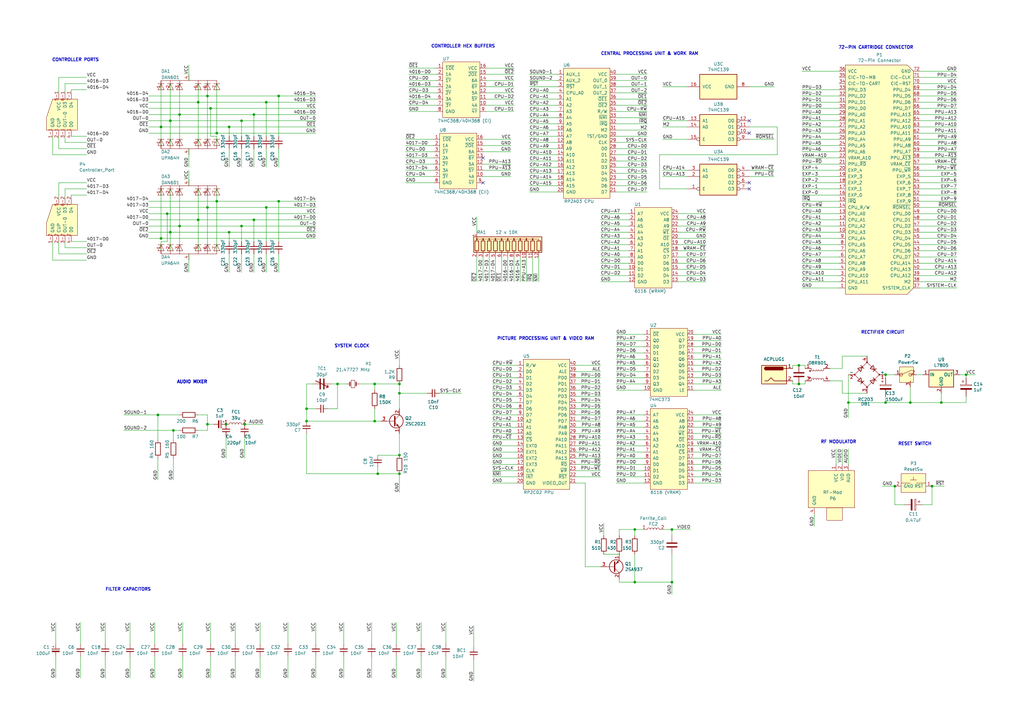
<source format=kicad_sch>
(kicad_sch (version 20250114) (generator "eeschema") (generator_version "9.0")
  (paper "A3")
  (title_block (title "NESN-CPU-01") (rev "01") (comment 1 "KiCad Schematic by Redherring32") (comment 2 "Reverse Engineered by Redherring32") (comment 3 "Nintendo Entertainment System (NES) Motherboard"))
  (lib_symbols
    (symbol "74xx:74LS139" (pin_names (offset 1.016))
      (property "Reference" "U" (at -7.62 8.89 0))
      (property "Value" "74LS139" (at -7.62 -8.89 0))
      (symbol "74LS139_1_0"
        (pin input line (at -12.7 2.54 0) (length 5.08) (name "A1") (number "3"))
        (pin input line (at -12.7 0 0) (length 5.08) (name "A0") (number "2"))
        (pin input inverted (at -12.7 -5.08 0) (length 5.08) (name "E") (number "1"))
        (pin output inverted (at 12.7 2.54 180) (length 5.08) (name "O0") (number "4"))
        (pin output inverted (at 12.7 0 180) (length 5.08) (name "O1") (number "5"))
        (pin output inverted (at 12.7 -2.54 180) (length 5.08) (name "O2") (number "6"))
        (pin output inverted (at 12.7 -5.08 180) (length 5.08) (name "O3") (number "7"))
      )
      (symbol "74LS139_2_0"
        (pin input line (at -12.7 2.54 0) (length 5.08) (name "A1") (number "13"))
        (pin input line (at -12.7 0 0) (length 5.08) (name "A0") (number "14"))
        (pin input inverted (at -12.7 -5.08 0) (length 5.08) (name "E") (number "15"))
        (pin output inverted (at 12.7 2.54 180) (length 5.08) (name "O0") (number "12"))
        (pin output inverted (at 12.7 0 180) (length 5.08) (name "O1") (number "11"))
        (pin output inverted (at 12.7 -2.54 180) (length 5.08) (name "O2") (number "10"))
        (pin output inverted (at 12.7 -5.08 180) (length 5.08) (name "O3") (number "9"))
      )
      (symbol "74LS139_3_0"
        (pin power_in line (at 0 12.7 270) (length 5.08) (name "VCC") (number "16"))
        (pin power_in line (at 0 -12.7 90) (length 5.08) (name "GND") (number "8"))
      )
    )
    (symbol "Connector:Jack-DC" (pin_names (offset 1.016))
      (property "Reference" "J" (at 0 5.334 0))
      (property "Value" "Jack-DC" (at 0 -5.08 0))
      (symbol "Jack-DC_1_1"
        (pin passive line (at 7.62 2.54 180) (length 2.54) (name "~") (number "1"))
        (pin passive line (at 7.62 -2.54 180) (length 2.54) (name "~") (number "2"))
      )
    )
    (symbol "Device:C" (pin_numbers (hide yes)) (pin_names (offset 0.254))
      (property "Reference" "C" (at 0.635 2.54 0))
      (property "Value" "C" (at 0.635 -2.54 0))
      (symbol "C_1_1"
        (pin passive line (at 0 3.81 270) (length 2.794) (name "~") (number "1"))
        (pin passive line (at 0 -3.81 90) (length 2.794) (name "~") (number "2"))
      )
    )
    (symbol "Device:C_Polarized" (pin_numbers (hide yes)) (pin_names (offset 0.254))
      (property "Reference" "C" (at 0.635 2.54 0))
      (property "Value" "C_Polarized" (at 0.635 -2.54 0))
      (symbol "C_Polarized_1_1"
        (pin passive line (at 0 3.81 270) (length 2.794) (name "~") (number "1"))
        (pin passive line (at 0 -3.81 90) (length 2.794) (name "~") (number "2"))
      )
    )
    (symbol "Device:C_Polarized_Small" (pin_numbers (hide yes)) (pin_names (offset 0.254) (hide yes))
      (property "Reference" "C" (at 0.254 1.778 0))
      (property "Value" "C_Polarized_Small" (at 0.254 -2.032 0))
      (symbol "C_Polarized_Small_1_1"
        (pin passive line (at 0 2.54 270) (length 1.8542) (name "~") (number "1"))
        (pin passive line (at 0 -2.54 90) (length 1.8542) (name "~") (number "2"))
      )
    )
    (symbol "Device:C_Small" (pin_numbers (hide yes)) (pin_names (offset 0.254) (hide yes))
      (property "Reference" "C" (at 0.254 1.778 0))
      (property "Value" "C_Small" (at 0.254 -2.032 0))
      (symbol "C_Small_1_1"
        (pin passive line (at 0 2.54 270) (length 2.032) (name "~") (number "1"))
        (pin passive line (at 0 -2.54 90) (length 2.032) (name "~") (number "2"))
      )
    )
    (symbol "Device:C_Variable" (pin_numbers (hide yes)) (pin_names (offset 0.254) (hide yes))
      (property "Reference" "C" (at 0.635 -1.905 0))
      (property "Value" "C_Variable" (at 0.635 -3.81 0))
      (symbol "C_Variable_1_1"
        (pin passive line (at 0 3.81 270) (length 3.048) (name "~") (number "1"))
        (pin passive line (at 0 -3.81 90) (length 3.048) (name "~") (number "2"))
      )
    )
    (symbol "Device:Crystal_Small" (pin_numbers (hide yes)) (pin_names (offset 1.016) (hide yes))
      (property "Reference" "Y" (at 0 2.54 0))
      (property "Value" "Crystal_Small" (at 0 -2.54 0))
      (symbol "Crystal_Small_1_1"
        (pin passive line (at -2.54 0 0) (length 1.27) (name "1") (number "1"))
        (pin passive line (at 2.54 0 180) (length 1.27) (name "2") (number "2"))
      )
    )
    (symbol "Device:D_Bridge_+-AA" (pin_names (offset 0))
      (property "Reference" "D" (at 2.54 6.985 0))
      (property "Value" "D_Bridge_+-AA" (at 2.54 5.08 0))
      (symbol "D_Bridge_+-AA_1_1"
        (pin passive line (at -7.62 0 0) (length 2.54) (name "-") (number "2"))
        (pin passive line (at 0 7.62 270) (length 2.54) (name "~") (number "3"))
        (pin passive line (at 0 -7.62 90) (length 2.54) (name "~") (number "4"))
        (pin passive line (at 7.62 0 180) (length 2.54) (name "+") (number "1"))
      )
    )
    (symbol "Device:L_Coupled" (pin_names (offset 0.254) (hide yes))
      (property "Reference" "L" (at 0 4.445 0))
      (property "Value" "L_Coupled" (at 0 -4.445 0))
      (symbol "L_Coupled_1_1"
        (pin passive line (at -5.08 2.54 0) (length 2.54) (name "1") (number "1"))
        (pin passive line (at -5.08 -2.54 0) (length 2.54) (name "3") (number "3"))
        (pin passive line (at 5.08 2.54 180) (length 2.54) (name "2") (number "2"))
        (pin passive line (at 5.08 -2.54 180) (length 2.54) (name "4") (number "4"))
      )
    )
    (symbol "Device:R" (pin_numbers (hide yes)) (pin_names (offset 0))
      (property "Reference" "R" (at 2.032 0 90))
      (property "Value" "R" (at 0 0 90))
      (symbol "R_1_1"
        (pin passive line (at 0 3.81 270) (length 1.27) (name "~") (number "1"))
        (pin passive line (at 0 -3.81 90) (length 1.27) (name "~") (number "2"))
      )
    )
    (symbol "Device:R_Network11" (pin_names (offset 0) (hide yes))
      (property "Reference" "RN" (at -15.24 0 90))
      (property "Value" "R_Network11" (at 15.24 0 90))
      (symbol "R_Network11_1_1"
        (pin passive line (at -12.7 5.08 270) (length 2.54) (name "common") (number "1"))
        (pin passive line (at -12.7 -5.08 90) (length 1.27) (name "R1") (number "2"))
        (pin passive line (at -10.16 -5.08 90) (length 1.27) (name "R2") (number "3"))
        (pin passive line (at -7.62 -5.08 90) (length 1.27) (name "R3") (number "4"))
        (pin passive line (at -5.08 -5.08 90) (length 1.27) (name "R4") (number "5"))
        (pin passive line (at -2.54 -5.08 90) (length 1.27) (name "R5") (number "6"))
        (pin passive line (at 0 -5.08 90) (length 1.27) (name "R6") (number "7"))
        (pin passive line (at 2.54 -5.08 90) (length 1.27) (name "R7") (number "8"))
        (pin passive line (at 5.08 -5.08 90) (length 1.27) (name "R8") (number "9"))
        (pin passive line (at 7.62 -5.08 90) (length 1.27) (name "R9") (number "10"))
        (pin passive line (at 10.16 -5.08 90) (length 1.27) (name "R10") (number "11"))
        (pin passive line (at 12.7 -5.08 90) (length 1.27) (name "R11") (number "12"))
      )
    )
    (symbol "Motherboard:2KB_SRAM" (pin_names (offset 1.016))
      (property "Reference" "U" (at -6.35 17.78 0))
      (property "Value" "2KB_SRAM" (at 2.54 -17.78 0))
      (symbol "2KB_SRAM_1_1"
        (pin passive line (at -10.16 13.97 0) (length 2.54) (name "A7") (number "1"))
        (pin passive line (at -10.16 11.43 0) (length 2.54) (name "A6~{}") (number "2"))
        (pin passive line (at -10.16 8.89 0) (length 2.54) (name "A5~{}") (number "3"))
        (pin passive line (at -10.16 6.35 0) (length 2.54) (name "A4~{}") (number "4"))
        (pin passive line (at -10.16 3.81 0) (length 2.54) (name "A3~{}") (number "5"))
        (pin passive line (at -10.16 1.27 0) (length 2.54) (name "A2") (number "6"))
        (pin passive line (at -10.16 -1.27 0) (length 2.54) (name "A1") (number "7"))
        (pin passive line (at -10.16 -3.81 0) (length 2.54) (name "A0") (number "8"))
        (pin passive line (at -10.16 -6.35 0) (length 2.54) (name "D0") (number "9"))
        (pin passive line (at -10.16 -8.89 0) (length 2.54) (name "D1") (number "10"))
        (pin passive line (at -10.16 -11.43 0) (length 2.54) (name "D2") (number "11"))
        (pin passive line (at -10.16 -13.97 0) (length 2.54) (name "GND~{}") (number "12"))
        (pin passive line (at 10.16 13.97 180) (length 2.54) (name "VCC") (number "24"))
        (pin passive line (at 10.16 11.43 180) (length 2.54) (name "A8") (number "23"))
        (pin passive line (at 10.16 8.89 180) (length 2.54) (name "A9") (number "22"))
        (pin passive line (at 10.16 6.35 180) (length 2.54) (name "~{WE}") (number "21"))
        (pin passive line (at 10.16 3.81 180) (length 2.54) (name "~{OE}") (number "20"))
        (pin passive line (at 10.16 1.27 180) (length 2.54) (name "A10") (number "19"))
        (pin passive line (at 10.16 -1.27 180) (length 2.54) (name "~{CS}") (number "18"))
        (pin passive line (at 10.16 -3.81 180) (length 2.54) (name "D7") (number "17"))
        (pin passive line (at 10.16 -6.35 180) (length 2.54) (name "D6") (number "16"))
        (pin passive line (at 10.16 -8.89 180) (length 2.54) (name "D5") (number "15"))
        (pin passive line (at 10.16 -11.43 180) (length 2.54) (name "D4") (number "14"))
        (pin passive line (at 10.16 -13.97 180) (length 2.54) (name "D3") (number "13"))
      )
    )
    (symbol "Motherboard:72-Pin_Connector" (pin_names (offset 1.016))
      (property "Reference" "J" (at -12.7 49.53 0))
      (property "Value" "72-Pin_Connector" (at 5.08 -46.99 0))
      (symbol "72-Pin_Connector_1_1"
        (pin passive line (at -16.51 45.72 0) (length 2.54) (name "VCC") (number "36"))
        (pin output line (at -16.51 43.18 0) (length 2.54) (name "CIC-TO-MB") (number "35"))
        (pin input line (at -16.51 40.64 0) (length 2.54) (name "CIC-TO-CART") (number "34"))
        (pin bidirectional line (at -16.51 38.1 0) (length 2.54) (name "PPU_D3") (number "33"))
        (pin bidirectional line (at -16.51 35.56 0) (length 2.54) (name "PPU_D2") (number "32"))
        (pin bidirectional line (at -16.51 33.02 0) (length 2.54) (name "PPU_D1") (number "31"))
        (pin bidirectional line (at -16.51 30.48 0) (length 2.54) (name "PPU_D0") (number "30"))
        (pin input line (at -16.51 27.94 0) (length 2.54) (name "PPU_A0") (number "29"))
        (pin input line (at -16.51 25.4 0) (length 2.54) (name "PPU_A1") (number "28"))
        (pin input line (at -16.51 22.86 0) (length 2.54) (name "PPU_A2") (number "27"))
        (pin input line (at -16.51 20.32 0) (length 2.54) (name "PPU_A3") (number "26"))
        (pin input line (at -16.51 17.78 0) (length 2.54) (name "PPU_A4") (number "25"))
        (pin input line (at -16.51 15.24 0) (length 2.54) (name "PPU_A5") (number "24"))
        (pin input line (at -16.51 12.7 0) (length 2.54) (name "PPU_A6") (number "23"))
        (pin output line (at -16.51 10.16 0) (length 2.54) (name "VRAM_A10") (number "22"))
        (pin input line (at -16.51 7.62 0) (length 2.54) (name "PPU_~{RD}") (number "21"))
        (pin passive line (at -16.51 5.08 0) (length 2.54) (name "EXP_4") (number "20"))
        (pin passive line (at -16.51 2.54 0) (length 2.54) (name "EXP_3") (number "19"))
        (pin passive line (at -16.51 0 0) (length 2.54) (name "EXP_2") (number "18"))
        (pin passive line (at -16.51 -2.54 0) (length 2.54) (name "EXP_1") (number "17"))
        (pin passive line (at -16.51 -5.08 0) (length 2.54) (name "EXP_0") (number "16"))
        (pin output line (at -16.51 -7.62 0) (length 2.54) (name "~{IRQ}") (number "15"))
        (pin input line (at -16.51 -10.16 0) (length 2.54) (name "CPU_R/W") (number "14"))
        (pin input line (at -16.51 -12.7 0) (length 2.54) (name "CPU_A0") (number "13"))
        (pin input line (at -16.51 -15.24 0) (length 2.54) (name "CPU_A1") (number "12"))
        (pin input line (at -16.51 -17.78 0) (length 2.54) (name "CPU_A2") (number "11"))
        (pin input line (at -16.51 -20.32 0) (length 2.54) (name "CPU_A3") (number "10"))
        (pin input line (at -16.51 -22.86 0) (length 2.54) (name "CPU_A4") (number "9"))
        (pin input line (at -16.51 -25.4 0) (length 2.54) (name "CPU_A5") (number "8"))
        (pin input line (at -16.51 -27.94 0) (length 2.54) (name "CPU_A6") (number "7"))
        (pin input line (at -16.51 -30.48 0) (length 2.54) (name "CPU_A7") (number "6"))
        (pin input line (at -16.51 -33.02 0) (length 2.54) (name "CPU_A8") (number "5"))
        (pin input line (at -16.51 -35.56 0) (length 2.54) (name "CPU_A9") (number "4"))
        (pin input line (at -16.51 -38.1 0) (length 2.54) (name "CPU_A10") (number "3"))
        (pin input line (at -16.51 -40.64 0) (length 2.54) (name "CPU_A11") (number "2"))
        (pin passive line (at -16.51 -43.18 0) (length 2.54) (name "GND") (number "1"))
        (pin passive line (at 16.51 45.72 180) (length 2.54) (name "GND") (number "72"))
        (pin input line (at 16.51 43.18 180) (length 2.54) (name "CIC-CLK") (number "71"))
        (pin input line (at 16.51 40.64 180) (length 2.54) (name "CIC-RST") (number "70"))
        (pin bidirectional line (at 16.51 38.1 180) (length 2.54) (name "PPU_D4") (number "69"))
        (pin bidirectional line (at 16.51 35.56 180) (length 2.54) (name "PPU_D5") (number "68"))
        (pin bidirectional line (at 16.51 33.02 180) (length 2.54) (name "PPU_D6") (number "67"))
        (pin bidirectional line (at 16.51 30.48 180) (length 2.54) (name "PPU_D7") (number "66"))
        (pin input line (at 16.51 27.94 180) (length 2.54) (name "PPU_A13") (number "65"))
        (pin input line (at 16.51 25.4 180) (length 2.54) (name "PPU_A12") (number "64"))
        (pin input line (at 16.51 22.86 180) (length 2.54) (name "PPU_A10") (number "63"))
        (pin input line (at 16.51 20.32 180) (length 2.54) (name "PPU_A11") (number "62"))
        (pin input line (at 16.51 17.78 180) (length 2.54) (name "PPU_A9") (number "61"))
        (pin input line (at 16.51 15.24 180) (length 2.54) (name "PPU_A8") (number "60"))
        (pin input line (at 16.51 12.7 180) (length 2.54) (name "PPU_A7") (number "59"))
        (pin input line (at 16.51 10.16 180) (length 2.54) (name "PPU_~{A13}") (number "58"))
        (pin output line (at 16.51 7.62 180) (length 2.54) (name "VRAM_~{CE}") (number "57"))
        (pin input line (at 16.51 5.08 180) (length 2.54) (name "PPU_~{WR}") (number "56"))
        (pin passive line (at 16.51 2.54 180) (length 2.54) (name "EXP_5") (number "55"))
        (pin passive line (at 16.51 0 180) (length 2.54) (name "EXP_6") (number "54"))
        (pin passive line (at 16.51 -2.54 180) (length 2.54) (name "EXP_7") (number "53"))
        (pin passive line (at 16.51 -5.08 180) (length 2.54) (name "EXP_8") (number "52"))
        (pin passive line (at 16.51 -7.62 180) (length 2.54) (name "EXP_9") (number "51"))
        (pin input line (at 16.51 -10.16 180) (length 2.54) (name "~{ROMSEL}") (number "50"))
        (pin bidirectional line (at 16.51 -12.7 180) (length 2.54) (name "CPU_D0") (number "49"))
        (pin bidirectional line (at 16.51 -15.24 180) (length 2.54) (name "CPU_D1") (number "48"))
        (pin bidirectional line (at 16.51 -17.78 180) (length 2.54) (name "CPU_D2") (number "47"))
        (pin bidirectional line (at 16.51 -20.32 180) (length 2.54) (name "CPU_D3") (number "46"))
        (pin bidirectional line (at 16.51 -22.86 180) (length 2.54) (name "CPU_D4") (number "45"))
        (pin bidirectional line (at 16.51 -25.4 180) (length 2.54) (name "CPU_D5") (number "44"))
        (pin bidirectional line (at 16.51 -27.94 180) (length 2.54) (name "CPU_D6") (number "43"))
        (pin bidirectional line (at 16.51 -30.48 180) (length 2.54) (name "CPU_D7") (number "42"))
        (pin input line (at 16.51 -33.02 180) (length 2.54) (name "CPU_A14") (number "41"))
        (pin input line (at 16.51 -35.56 180) (length 2.54) (name "CPU_A13") (number "40"))
        (pin input line (at 16.51 -38.1 180) (length 2.54) (name "CPU_A12") (number "39"))
        (pin input line (at 16.51 -40.64 180) (length 2.54) (name "M2") (number "38"))
        (pin input line (at 16.51 -43.18 180) (length 2.54) (name "SYSTEM_CLK") (number "37"))
      )
    )
    (symbol "Motherboard:74HC368" (pin_names (offset 1.016))
      (property "Reference" "U" (at -6.35 12.7 0))
      (property "Value" "74HC368" (at 2.54 -12.7 0))
      (symbol "74HC368_1_1"
        (pin input line (at -10.16 8.89 0) (length 2.54) (name "~{1OE}") (number "1"))
        (pin input line (at -10.16 6.35 0) (length 2.54) (name "1A") (number "2"))
        (pin output line (at -10.16 3.81 0) (length 2.54) (name "~{1Y}") (number "3"))
        (pin input line (at -10.16 1.27 0) (length 2.54) (name "2A") (number "4"))
        (pin output line (at -10.16 -1.27 0) (length 2.54) (name "~{2Y}") (number "5"))
        (pin input line (at -10.16 -3.81 0) (length 2.54) (name "3A") (number "6"))
        (pin output line (at -10.16 -6.35 0) (length 2.54) (name "~{3Y}") (number "7"))
        (pin passive line (at -10.16 -8.89 0) (length 2.54) (name "GND") (number "8"))
        (pin passive line (at 10.16 8.89 180) (length 2.54) (name "VCC") (number "16"))
        (pin input line (at 10.16 6.35 180) (length 2.54) (name "~{2OE}") (number "15"))
        (pin input line (at 10.16 3.81 180) (length 2.54) (name "6A") (number "14"))
        (pin output line (at 10.16 1.27 180) (length 2.54) (name "~{6Y}") (number "13"))
        (pin input line (at 10.16 -1.27 180) (length 2.54) (name "5A") (number "12"))
        (pin output line (at 10.16 -3.81 180) (length 2.54) (name "~{5Y}") (number "11"))
        (pin input line (at 10.16 -6.35 180) (length 2.54) (name "4A") (number "10"))
        (pin output line (at 10.16 -8.89 180) (length 2.54) (name "~{4Y}") (number "9"))
      )
    )
    (symbol "Motherboard:74HC373" (pin_names (offset 1.016))
      (property "Reference" "U" (at -6.35 15.24 0))
      (property "Value" "74HC373" (at 2.54 -15.24 0))
      (symbol "74HC373_1_1"
        (pin input line (at -10.16 11.43 0) (length 2.54) (name "~{OE}") (number "1"))
        (pin output line (at -10.16 8.89 0) (length 2.54) (name "Q0") (number "2"))
        (pin input line (at -10.16 6.35 0) (length 2.54) (name "D0") (number "3"))
        (pin input line (at -10.16 3.81 0) (length 2.54) (name "D1") (number "4"))
        (pin output line (at -10.16 1.27 0) (length 2.54) (name "Q1") (number "5"))
        (pin output line (at -10.16 -1.27 0) (length 2.54) (name "Q2") (number "6"))
        (pin input line (at -10.16 -3.81 0) (length 2.54) (name "D2") (number "7"))
        (pin input line (at -10.16 -6.35 0) (length 2.54) (name "D3") (number "8"))
        (pin output line (at -10.16 -8.89 0) (length 2.54) (name "Q3") (number "9"))
        (pin passive line (at -10.16 -11.43 0) (length 2.54) (name "GND") (number "10"))
        (pin passive line (at 10.16 11.43 180) (length 2.54) (name "VCC") (number "20"))
        (pin output line (at 10.16 8.89 180) (length 2.54) (name "Q7") (number "19"))
        (pin input line (at 10.16 6.35 180) (length 2.54) (name "D7") (number "18"))
        (pin input line (at 10.16 3.81 180) (length 2.54) (name "D6") (number "17"))
        (pin output line (at 10.16 1.27 180) (length 2.54) (name "Q6") (number "16"))
        (pin output line (at 10.16 -1.27 180) (length 2.54) (name "Q5") (number "15"))
        (pin input line (at 10.16 -3.81 180) (length 2.54) (name "D5") (number "14"))
        (pin input line (at 10.16 -6.35 180) (length 2.54) (name "D4") (number "13"))
        (pin output line (at 10.16 -8.89 180) (length 2.54) (name "Q4") (number "12"))
        (pin input line (at 10.16 -11.43 180) (length 2.54) (name "LE") (number "11"))
      )
    )
    (symbol "Motherboard:Controller_Port" (pin_names (offset 1.016))
      (property "Reference" "J" (at -5.08 8.89 0))
      (property "Value" "Controller_Port" (at 0 -6.35 0))
      (symbol "Controller_Port_1_1"
        (pin passive line (at -8.89 5.08 0) (length 2.54) (name "GND") (number "1-2"))
        (pin output line (at -8.89 2.54 0) (length 2.54) (name "CUP") (number "2-2"))
        (pin output line (at -8.89 0 0) (length 2.54) (name "OUT-0") (number "3-2"))
        (pin input line (at -8.89 -2.54 0) (length 2.54) (name "D0") (number "4-2"))
        (pin passive line (at 8.89 2.54 180) (length 2.54) (name "VCC") (number "5-2"))
        (pin input line (at 8.89 0 180) (length 2.54) (name "D3") (number "6-2"))
        (pin input line (at 8.89 -2.54 180) (length 2.54) (name "D4") (number "7-2"))
        (pin passive line (at 34.29 5.08 0) (length 2.54) (name "GND") (number "1-1"))
        (pin output line (at 34.29 2.54 0) (length 2.54) (name "CUP") (number "2-1"))
        (pin output line (at 34.29 0 0) (length 2.54) (name "OUT-0") (number "3-1"))
        (pin input line (at 34.29 -2.54 0) (length 2.54) (name "D0") (number "4-1"))
        (pin passive line (at 52.07 2.54 180) (length 2.54) (name "VCC") (number "5-1"))
        (pin input line (at 52.07 0 180) (length 2.54) (name "D3") (number "6-1"))
        (pin input line (at 52.07 -2.54 180) (length 2.54) (name "D4") (number "7-1"))
      )
    )
    (symbol "Motherboard:Diode_Array_7pin_(Anode-Common)" (pin_names (offset 1.016))
      (property "Reference" "U" (at 0 0 0))
      (property "Value" "Diode_Array_7pin_(Anode-Common)" (at 0 0 0))
      (symbol "Diode_Array_7pin_(Anode-Common)_1_1"
        (pin output line (at -8.89 -5.08 270) (length 2.54) (name "~") (number "1"))
        (pin output line (at -5.08 -5.08 270) (length 2.54) (name "~") (number "2"))
        (pin output line (at -1.27 -5.08 270) (length 2.54) (name "~") (number "3"))
        (pin input line (at 2.54 -3.81 90) (length 2.54) (name "~") (number "4"))
        (pin output line (at 6.35 -5.08 270) (length 2.54) (name "~") (number "5"))
        (pin output line (at 10.16 -5.08 270) (length 2.54) (name "~") (number "6"))
        (pin output line (at 13.97 -5.08 270) (length 2.54) (name "~") (number "7"))
      )
    )
    (symbol "Motherboard:Diode_Array_7pin_(Cathode-Common)" (pin_names (offset 1.016))
      (property "Reference" "U" (at 0 0 0))
      (property "Value" "Diode_Array_7pin_(Cathode-Common)" (at 0 0 0))
      (symbol "Diode_Array_7pin_(Cathode-Common)_1_1"
        (pin output line (at -8.89 -5.08 270) (length 2.54) (name "~") (number "1"))
        (pin output line (at -5.08 -5.08 270) (length 2.54) (name "~") (number "2"))
        (pin output line (at -1.27 -5.08 270) (length 2.54) (name "~") (number "3"))
        (pin input line (at 2.54 -3.81 90) (length 2.54) (name "~") (number "4"))
        (pin output line (at 6.35 -5.08 270) (length 2.54) (name "~") (number "5"))
        (pin output line (at 10.16 -5.08 270) (length 2.54) (name "~") (number "6"))
        (pin output line (at 13.97 -5.08 270) (length 2.54) (name "~") (number "7"))
      )
    )
    (symbol "Motherboard:Ferrite_Core" (pin_names (offset 1.016))
      (property "Reference" "FC" (at 0 0 0))
      (property "Value" "Ferrite_Core" (at 0 0 0))
      (symbol "Ferrite_Core_1_1"
        (pin input line (at -8.89 -5.08 0) (length 0) (name "~") (number "1"))
        (pin output line (at -1.27 -5.08 0) (length 0) (name "~") (number "2"))
      )
    )
    (symbol "Motherboard:PowerSwitch" (pin_names (offset 1.016))
      (property "Reference" "S" (at -40.64 -12.065 0))
      (property "Value" "PowerSwitch" (at -40.64 -12.065 0))
      (symbol "PowerSwitch_1_1"
        (pin input line (at -44.45 -5.08 0) (length 2.54) (name "~") (number "1"))
        (pin input line (at -38.1 -10.16 90) (length 2.54) (name "~") (number "3"))
        (pin input line (at -35.56 -5.08 180) (length 2.54) (name "~") (number "2"))
      )
    )
    (symbol "Motherboard:RF-Mod" (pin_names (offset 1.016))
      (property "Reference" "P" (at -6.35 1.27 0))
      (property "Value" "RF-Mod" (at -8.89 3.81 0))
      (symbol "RF-Mod_1_1"
        (pin passive line (at -2.54 -12.7 90) (length 2.54) (name "GND") (number "4"))
        (pin power_in line (at 6.35 7.62 270) (length 2.54) (name "VCC") (number "1"))
        (pin output line (at 8.89 7.62 270) (length 2.54) (name "VID") (number "2"))
        (pin output line (at 11.43 7.62 270) (length 2.54) (name "AUD") (number "3"))
      )
    )
    (symbol "Motherboard:RP2A03_CPU" (pin_names (offset 1.016))
      (property "Reference" "U" (at -8.89 27.94 0))
      (property "Value" "RP2A03_CPU" (at 2.54 -27.94 0))
      (symbol "RP2A03_CPU_1_1"
        (pin output line (at -12.7 24.13 0) (length 2.54) (name "AUX_1") (number "1"))
        (pin output line (at -12.7 21.59 0) (length 2.54) (name "AUX_2") (number "2"))
        (pin input line (at -12.7 19.05 0) (length 2.54) (name "~{RST}") (number "3"))
        (pin output line (at -12.7 16.51 0) (length 2.54) (name "CPU_A0") (number "4"))
        (pin output line (at -12.7 13.97 0) (length 2.54) (name "A1") (number "5"))
        (pin output line (at -12.7 11.43 0) (length 2.54) (name "A2") (number "6"))
        (pin output line (at -12.7 8.89 0) (length 2.54) (name "A3") (number "7"))
        (pin output line (at -12.7 6.35 0) (length 2.54) (name "A4") (number "8"))
        (pin output line (at -12.7 3.81 0) (length 2.54) (name "A5") (number "9"))
        (pin output line (at -12.7 1.27 0) (length 2.54) (name "A6") (number "10"))
        (pin output line (at -12.7 -1.27 0) (length 2.54) (name "A7") (number "11"))
        (pin output line (at -12.7 -3.81 0) (length 2.54) (name "A8") (number "12"))
        (pin output line (at -12.7 -6.35 0) (length 2.54) (name "A9") (number "13"))
        (pin output line (at -12.7 -8.89 0) (length 2.54) (name "A10") (number "14"))
        (pin output line (at -12.7 -11.43 0) (length 2.54) (name "A11") (number "15"))
        (pin output line (at -12.7 -13.97 0) (length 2.54) (name "A12") (number "16"))
        (pin output line (at -12.7 -16.51 0) (length 2.54) (name "A13") (number "17"))
        (pin output line (at -12.7 -19.05 0) (length 2.54) (name "A14") (number "18"))
        (pin output line (at -12.7 -21.59 0) (length 2.54) (name "A15") (number "19"))
        (pin passive line (at -12.7 -24.13 0) (length 2.54) (name "GND") (number "20"))
        (pin passive line (at 11.43 24.13 180) (length 2.54) (name "VCC") (number "40"))
        (pin output line (at 11.43 21.59 180) (length 2.54) (name "OUT_0") (number "39"))
        (pin output line (at 11.43 19.05 180) (length 2.54) (name "OUT_1") (number "38"))
        (pin output line (at 11.43 16.51 180) (length 2.54) (name "OUT_2") (number "37"))
        (pin output line (at 11.43 13.97 180) (length 2.54) (name "~{OE1}") (number "36"))
        (pin output line (at 11.43 11.43 180) (length 2.54) (name "~{OE2}") (number "35"))
        (pin output line (at 11.43 8.89 180) (length 2.54) (name "R/W") (number "34"))
        (pin input line (at 11.43 6.35 180) (length 2.54) (name "~{NMI}") (number "33"))
        (pin input line (at 11.43 3.81 180) (length 2.54) (name "~{IRQ}") (number "32"))
        (pin output line (at 11.43 1.27 180) (length 2.54) (name "M2") (number "31"))
        (pin input line (at 11.43 -1.27 180) (length 2.54) (name "TST/GND") (number "30"))
        (pin input line (at 11.43 -3.81 180) (length 2.54) (name "CLK") (number "29"))
        (pin bidirectional line (at 11.43 -6.35 180) (length 2.54) (name "D0") (number "28"))
        (pin bidirectional line (at 11.43 -8.89 180) (length 2.54) (name "D1") (number "27"))
        (pin bidirectional line (at 11.43 -11.43 180) (length 2.54) (name "D2") (number "26"))
        (pin bidirectional line (at 11.43 -13.97 180) (length 2.54) (name "D3") (number "25"))
        (pin bidirectional line (at 11.43 -16.51 180) (length 2.54) (name "D4") (number "24"))
        (pin bidirectional line (at 11.43 -19.05 180) (length 2.54) (name "D5") (number "23"))
        (pin bidirectional line (at 11.43 -21.59 180) (length 2.54) (name "D6") (number "22"))
        (pin bidirectional line (at 11.43 -24.13 180) (length 2.54) (name "D7") (number "21"))
      )
    )
    (symbol "Motherboard:RP2C02_PPU" (pin_names (offset 1.016))
      (property "Reference" "U" (at -8.89 27.94 0))
      (property "Value" "RP2C02_PPU" (at 2.54 -27.94 0))
      (symbol "RP2C02_PPU_1_1"
        (pin input line (at -12.7 24.13 0) (length 2.54) (name "R/W") (number "1"))
        (pin bidirectional line (at -12.7 21.59 0) (length 2.54) (name "D0") (number "2"))
        (pin bidirectional line (at -12.7 19.05 0) (length 2.54) (name "D1") (number "3"))
        (pin bidirectional line (at -12.7 16.51 0) (length 2.54) (name "D2") (number "4"))
        (pin bidirectional line (at -12.7 13.97 0) (length 2.54) (name "D3") (number "5"))
        (pin bidirectional line (at -12.7 11.43 0) (length 2.54) (name "D4") (number "6"))
        (pin bidirectional line (at -12.7 8.89 0) (length 2.54) (name "D7") (number "7"))
        (pin bidirectional line (at -12.7 6.35 0) (length 2.54) (name "D6") (number "8"))
        (pin bidirectional line (at -12.7 3.81 0) (length 2.54) (name "D7") (number "9"))
        (pin input line (at -12.7 1.27 0) (length 2.54) (name "A2") (number "10"))
        (pin input line (at -12.7 -1.27 0) (length 2.54) (name "A1") (number "11"))
        (pin input line (at -12.7 -3.81 0) (length 2.54) (name "A0") (number "12"))
        (pin input line (at -12.7 -6.35 0) (length 2.54) (name "~{CS}") (number "13"))
        (pin bidirectional line (at -12.7 -8.89 0) (length 2.54) (name "EXT0") (number "14"))
        (pin bidirectional line (at -12.7 -11.43 0) (length 2.54) (name "EXT1") (number "15"))
        (pin bidirectional line (at -12.7 -13.97 0) (length 2.54) (name "EXT2") (number "16"))
        (pin bidirectional line (at -12.7 -16.51 0) (length 2.54) (name "EXT3") (number "17"))
        (pin input line (at -12.7 -19.05 0) (length 2.54) (name "CLK") (number "18"))
        (pin output line (at -12.7 -21.59 0) (length 2.54) (name "~{INT}") (number "19"))
        (pin passive line (at -12.7 -24.13 0) (length 2.54) (name "GND") (number "20"))
        (pin passive line (at 11.43 24.13 180) (length 2.54) (name "VCC") (number "40"))
        (pin output line (at 11.43 21.59 180) (length 2.54) (name "ALE") (number "39"))
        (pin bidirectional line (at 11.43 19.05 180) (length 2.54) (name "PD0") (number "38"))
        (pin bidirectional line (at 11.43 16.51 180) (length 2.54) (name "PD1") (number "37"))
        (pin bidirectional line (at 11.43 13.97 180) (length 2.54) (name "PD2") (number "36"))
        (pin bidirectional line (at 11.43 11.43 180) (length 2.54) (name "PD3") (number "35"))
        (pin bidirectional line (at 11.43 8.89 180) (length 2.54) (name "PD4") (number "34"))
        (pin bidirectional line (at 11.43 6.35 180) (length 2.54) (name "PD5") (number "33"))
        (pin bidirectional line (at 11.43 3.81 180) (length 2.54) (name "PD6") (number "32"))
        (pin bidirectional line (at 11.43 1.27 180) (length 2.54) (name "PD7") (number "31"))
        (pin output line (at 11.43 -1.27 180) (length 2.54) (name "PA8") (number "30"))
        (pin output line (at 11.43 -3.81 180) (length 2.54) (name "PA9") (number "29"))
        (pin output line (at 11.43 -6.35 180) (length 2.54) (name "PA10") (number "28"))
        (pin output line (at 11.43 -8.89 180) (length 2.54) (name "PA11") (number "27"))
        (pin output line (at 11.43 -11.43 180) (length 2.54) (name "PA12") (number "26"))
        (pin output line (at 11.43 -13.97 180) (length 2.54) (name "PA13") (number "25"))
        (pin input line (at 11.43 -16.51 180) (length 2.54) (name "~{RD}") (number "24"))
        (pin output line (at 11.43 -19.05 180) (length 2.54) (name "~{WR}") (number "23"))
        (pin input line (at 11.43 -21.59 180) (length 2.54) (name "~{RST}") (number "22"))
        (pin output line (at 11.43 -24.13 180) (length 2.54) (name "VIDEO_OUT") (number "21"))
      )
    )
    (symbol "Motherboard:ResetSwitch" (pin_names (offset 1.016))
      (property "Reference" "ResetSw" (at 0 2.54 0))
      (property "Value" "ResetSwitch" (at 0 0 0))
      (symbol "ResetSwitch_1_1"
        (pin passive line (at -7.62 -7.62 0) (length 2.54) (name "GND") (number "2"))
        (pin passive line (at 7.62 -7.62 180) (length 2.54) (name "RST") (number "1"))
      )
    )
    (symbol "Regulator_Linear:L7805" (pin_names (offset 0.254))
      (property "Reference" "U" (at -3.81 3.175 0))
      (property "Value" "L7805" (at 0 3.175 0))
      (symbol "L7805_1_1"
        (pin power_in line (at -7.62 0 0) (length 2.54) (name "IN") (number "1"))
        (pin power_in line (at 0 -7.62 90) (length 2.54) (name "GND") (number "2"))
        (pin power_out line (at 7.62 0 180) (length 2.54) (name "OUT") (number "3"))
      )
    )
    (symbol "Transistor_BJT:Q_NPN_ECB" (pin_names (offset 0) (hide yes))
      (property "Reference" "Q" (at 5.08 1.27 0))
      (property "Value" "Q_NPN_ECB" (at 5.08 -1.27 0))
      (symbol "Q_NPN_ECB_1_1"
        (pin input line (at -5.08 0 0) (length 2.54) (name "B") (number "3"))
        (pin passive line (at 2.54 5.08 270) (length 2.54) (name "C") (number "2"))
        (pin passive line (at 2.54 -5.08 90) (length 2.54) (name "E") (number "1"))
      )
    )
    (symbol "Transistor_BJT:Q_PNP_ECB" (pin_names (offset 0) (hide yes))
      (property "Reference" "Q" (at 5.08 1.27 0))
      (property "Value" "Q_PNP_ECB" (at 5.08 -1.27 0))
      (symbol "Q_PNP_ECB_1_1"
        (pin input line (at -5.08 0 0) (length 2.54) (name "B") (number "3"))
        (pin passive line (at 2.54 5.08 270) (length 2.54) (name "C") (number "2"))
        (pin passive line (at 2.54 -5.08 90) (length 2.54) (name "E") (number "1"))
      )
    )
  )
  (text "RF MODULATOR\n\n" (at 336.55 184.15 0) (effects (font (size 1.27 1.27) (thickness 0.254) (bold yes)) (justify left bottom)))
  (text "72-PIN CARTRIDGE CONNECTOR" (at 374.65 20.32 0) (effects (font (size 1.27 1.27) (thickness 0.254) (bold yes)) (justify right bottom)))
  (text "AUDIO MIXER" (at 85.09 157.48 0) (effects (font (size 1.27 1.27) (thickness 0.254) (bold yes)) (justify right bottom)))
  (text "FILTER CAPACITORS" (at 43.18 242.57 0) (effects (font (size 1.27 1.27) (thickness 0.254) (bold yes)) (justify left bottom)))
  (text "AUDIO MIXER" (at 85.09 157.48 0) (effects (font (size 1.27 1.27) (thickness 0.254) (bold yes)) (justify right bottom)))
  (text "CENTRAL PROCESSING UNIT & WORK RAM" (at 246.38 22.86 0) (effects (font (size 1.27 1.27) (thickness 0.254) (bold yes)) (justify left bottom)))
  (text "RECTIFIER CIRCUIT\n" (at 353.06 137.16 0) (effects (font (size 1.27 1.27) (thickness 0.254) (bold yes)) (justify left bottom)))
  (text "PICTURE PROCESSING UNIT & VIDEO RAM" (at 243.84 139.7 0) (effects (font (size 1.27 1.27) (thickness 0.254) (bold yes)) (justify right bottom)))
  (text "RESET SWITCH\n" (at 368.3 182.88 0) (effects (font (size 1.27 1.27) (thickness 0.254) (bold yes)) (justify left bottom)))
  (text "CONTROLLER PORTS" (at 40.64 25.4 0) (effects (font (size 1.27 1.27) (thickness 0.254) (bold yes)) (justify right bottom)))
  (text "CONTROLLER HEX BUFFERS\n" (at 176.784 19.812 0) (effects (font (size 1.27 1.27) (thickness 0.254) (bold yes)) (justify left bottom)))
  (text "SYSTEM CLOCK" (at 151.638 142.748 0) (effects (font (size 1.27 1.27) (thickness 0.254) (bold yes)) (justify right bottom)))
  (junction (at 114.3 39.37))
  (junction (at 275.59 217.17))
  (junction (at 92.71 173.99))
  (junction (at 327.66 157.48))
  (junction (at 64.77 170.18))
  (junction (at 69.85 49.53))
  (junction (at 100.33 173.99))
  (junction (at 85.09 85.09))
  (junction (at 66.04 52.07))
  (junction (at 153.67 172.72))
  (junction (at 163.83 194.31))
  (junction (at 363.22 153.67))
  (junction (at 114.3 82.55))
  (junction (at 85.09 39.37))
  (junction (at 363.22 165.1))
  (junction (at 68.58 87.63))
  (junction (at 104.14 90.17))
  (junction (at 99.06 92.71))
  (junction (at 86.36 44.45))
  (junction (at 275.59 238.76))
  (junction (at 327.66 149.86))
  (junction (at 109.22 85.09))
  (junction (at 88.9 54.61))
  (junction (at 373.38 165.1))
  (junction (at 85.09 173.99))
  (junction (at 73.66 92.71))
  (junction (at 93.98 52.07))
  (junction (at 88.9 82.55))
  (junction (at 104.14 46.99))
  (junction (at 260.35 238.76))
  (junction (at 69.85 95.25))
  (junction (at 153.67 157.48))
  (junction (at 382.27 199.39))
  (junction (at 367.03 199.39))
  (junction (at 163.83 186.69))
  (junction (at 260.35 217.17))
  (junction (at 93.98 95.25))
  (junction (at 154.94 194.31))
  (junction (at 66.04 97.79))
  (junction (at 347.98 165.1))
  (junction (at 109.22 41.91))
  (junction (at 125.73 167.64))
  (junction (at 386.08 165.1))
  (junction (at 99.06 49.53))
  (junction (at 81.28 41.91))
  (junction (at 138.43 157.48))
  (junction (at 163.83 161.29))
  (junction (at 396.24 153.67))
  (junction (at 73.66 46.99))
  (junction (at 125.73 172.72))
  (junction (at 163.83 157.48))
  (junction (at 81.28 90.17))
  (junction (at 71.12 176.53))
  (no_connect (at 307.34 77.47))
  (no_connect (at 198.12 74.93))
  (no_connect (at 307.34 74.93))
  (no_connect (at 198.12 64.77))
  (no_connect (at 307.34 49.53))
  (no_connect (at 307.34 54.61))
  (wire (pts (xy 66.04 52.07) (xy 60.96 52.07)))
  (wire (pts (xy 81.28 34.29) (xy 81.28 41.91)))
  (wire (pts (xy 109.22 111.76) (xy 109.22 104.14)))
  (wire (pts (xy 392.43 29.21) (xy 377.19 29.21)))
  (wire (pts (xy 344.17 82.55) (xy 328.93 82.55)))
  (wire (pts (xy 114.3 39.37) (xy 129.54 39.37)))
  (wire (pts (xy 377.19 41.91) (xy 392.43 41.91)))
  (wire (pts (xy 344.17 46.99) (xy 328.93 46.99)))
  (wire (pts (xy 73.66 46.99) (xy 73.66 34.29)))
  (wire (pts (xy 344.17 77.47) (xy 328.93 77.47)))
  (wire (pts (xy 26.67 55.88) (xy 26.67 58.42)))
  (wire (pts (xy 345.44 151.13) (xy 345.44 146.05)))
  (wire (pts (xy 217.17 38.1) (xy 228.6 38.1)))
  (wire (pts (xy 104.14 99.06) (xy 104.14 90.17)))
  (wire (pts (xy 22.86 269.24) (xy 22.86 278.13)))
  (wire (pts (xy 328.93 102.87) (xy 344.17 102.87)))
  (wire (pts (xy 199.39 45.72) (xy 210.82 45.72)))
  (wire (pts (xy 344.17 57.15) (xy 328.93 57.15)))
  (wire (pts (xy 284.48 175.26) (xy 295.91 175.26)))
  (wire (pts (xy 252.73 48.26) (xy 265.43 48.26)))
  (wire (pts (xy 199.39 30.48) (xy 210.82 30.48)))
  (wire (pts (xy 246.38 87.63) (xy 257.81 87.63)))
  (wire (pts (xy 33.02 255.27) (xy 33.02 264.16)))
  (wire (pts (xy 162.56 255.27) (xy 162.56 264.16)))
  (wire (pts (xy 252.73 180.34) (xy 264.16 180.34)))
  (wire (pts (xy 205.74 105.41) (xy 205.74 115.57)))
  (wire (pts (xy 284.48 198.12) (xy 295.91 198.12)))
  (wire (pts (xy 246.38 115.57) (xy 257.81 115.57)))
  (wire (pts (xy 198.12 115.57) (xy 198.12 105.41)))
  (wire (pts (xy 377.19 57.15) (xy 392.43 57.15)))
  (wire (pts (xy 295.91 137.16) (xy 284.48 137.16)))
  (wire (pts (xy 284.48 147.32) (xy 295.91 147.32)))
  (wire (pts (xy 138.43 167.64) (xy 138.43 157.48)))
  (wire (pts (xy 328.93 29.21) (xy 344.17 29.21)))
  (wire (pts (xy 265.43 78.74) (xy 252.73 78.74)))
  (wire (pts (xy 392.43 105.41) (xy 377.19 105.41)))
  (wire (pts (xy 344.17 115.57) (xy 328.93 115.57)))
  (wire (pts (xy 86.36 55.88) (xy 88.9 55.88)))
  (wire (pts (xy 228.6 43.18) (xy 217.17 43.18)))
  (wire (pts (xy 228.6 68.58) (xy 217.17 68.58)))
  (wire (pts (xy 166.37 64.77) (xy 177.8 64.77)))
  (wire (pts (xy 153.67 172.72) (xy 125.73 172.72)))
  (wire (pts (xy 66.04 97.79) (xy 60.96 97.79)))
  (wire (pts (xy 377.19 67.31) (xy 392.43 67.31)))
  (wire (pts (xy 377.19 77.47) (xy 392.43 77.47)))
  (wire (pts (xy 345.44 156.21) (xy 345.44 161.29)))
  (wire (pts (xy 328.93 44.45) (xy 344.17 44.45)))
  (wire (pts (xy 260.35 238.76) (xy 254 238.76)))
  (wire (pts (xy 344.17 95.25) (xy 328.93 95.25)))
  (wire (pts (xy 377.19 95.25) (xy 392.43 95.25)))
  (wire (pts (xy 392.43 100.33) (xy 377.19 100.33)))
  (wire (pts (xy 252.73 139.7) (xy 264.16 139.7)))
  (wire (pts (xy 66.04 99.06) (xy 68.58 99.06)))
  (wire (pts (xy 156.21 172.72) (xy 153.67 172.72)))
  (wire (pts (xy 344.17 90.17) (xy 328.93 90.17)))
  (wire (pts (xy 201.93 185.42) (xy 212.09 185.42)))
  (wire (pts (xy 195.58 105.41) (xy 195.58 115.57)))
  (wire (pts (xy 246.38 113.03) (xy 257.81 113.03)))
  (wire (pts (xy 289.56 105.41) (xy 278.13 105.41)))
  (wire (pts (xy 77.47 69.85) (xy 77.47 76.2)))
  (wire (pts (xy 217.17 45.72) (xy 228.6 45.72)))
  (wire (pts (xy 96.52 255.27) (xy 96.52 264.16)))
  (wire (pts (xy 392.43 59.69) (xy 377.19 59.69)))
  (wire (pts (xy 201.93 198.12) (xy 212.09 198.12)))
  (wire (pts (xy 246.38 95.25) (xy 257.81 95.25)))
  (wire (pts (xy 201.93 175.26) (xy 212.09 175.26)))
  (wire (pts (xy 26.67 34.29) (xy 35.56 34.29)))
  (wire (pts (xy 88.9 54.61) (xy 129.54 54.61)))
  (wire (pts (xy 26.67 38.1) (xy 26.67 34.29)))
  (wire (pts (xy 179.07 33.02) (xy 167.64 33.02)))
  (wire (pts (xy 93.98 52.07) (xy 129.54 52.07)))
  (wire (pts (xy 228.6 73.66) (xy 217.17 73.66)))
  (wire (pts (xy 210.82 27.94) (xy 199.39 27.94)))
  (wire (pts (xy 386.08 165.1) (xy 396.24 165.1)))
  (wire (pts (xy 81.28 90.17) (xy 60.96 90.17)))
  (wire (pts (xy 209.55 62.23) (xy 198.12 62.23)))
  (wire (pts (xy 69.85 59.69) (xy 69.85 49.53)))
  (wire (pts (xy 201.93 195.58) (xy 212.09 195.58)))
  (wire (pts (xy 21.59 63.5) (xy 35.56 63.5)))
  (wire (pts (xy 325.12 149.86) (xy 325.12 151.13)))
  (wire (pts (xy 147.32 157.48) (xy 153.67 157.48)))
  (wire (pts (xy 252.73 152.4) (xy 264.16 152.4)))
  (wire (pts (xy 236.22 193.04) (xy 246.38 193.04)))
  (wire (pts (xy 344.17 105.41) (xy 328.93 105.41)))
  (wire (pts (xy 209.55 57.15) (xy 198.12 57.15)))
  (wire (pts (xy 327.66 149.86) (xy 325.12 149.86)))
  (wire (pts (xy 68.58 99.06) (xy 68.58 87.63)))
  (wire (pts (xy 236.22 149.86) (xy 246.38 149.86)))
  (wire (pts (xy 69.85 77.47) (xy 69.85 95.25)))
  (wire (pts (xy 328.93 97.79) (xy 344.17 97.79)))
  (wire (pts (xy 86.36 255.27) (xy 86.36 264.16)))
  (wire (pts (xy 177.8 67.31) (xy 166.37 67.31)))
  (wire (pts (xy 228.6 63.5) (xy 217.17 63.5)))
  (wire (pts (xy 254 217.17) (xy 260.35 217.17)))
  (wire (pts (xy 179.07 27.94) (xy 167.64 27.94)))
  (wire (pts (xy 275.59 238.76) (xy 260.35 238.76)))
  (wire (pts (xy 63.5 269.24) (xy 63.5 278.13)))
  (wire (pts (xy 246.38 92.71) (xy 257.81 92.71)))
  (wire (pts (xy 392.43 85.09) (xy 377.19 85.09)))
  (wire (pts (xy 163.83 157.48) (xy 163.83 161.29)))
  (wire (pts (xy 377.19 36.83) (xy 392.43 36.83)))
  (wire (pts (xy 201.93 177.8) (xy 212.09 177.8)))
  (wire (pts (xy 140.97 269.24) (xy 140.97 278.13)))
  (wire (pts (xy 252.73 195.58) (xy 264.16 195.58)))
  (wire (pts (xy 236.22 167.64) (xy 246.38 167.64)))
  (wire (pts (xy 344.17 36.83) (xy 328.93 36.83)))
  (wire (pts (xy 392.43 115.57) (xy 377.19 115.57)))
  (wire (pts (xy 271.78 52.07) (xy 281.94 52.07)))
  (wire (pts (xy 201.93 165.1) (xy 212.09 165.1)))
  (wire (pts (xy 328.93 87.63) (xy 344.17 87.63)))
  (wire (pts (xy 236.22 157.48) (xy 246.38 157.48)))
  (wire (pts (xy 220.98 105.41) (xy 220.98 115.57)))
  (wire (pts (xy 367.03 199.39) (xy 361.95 199.39)))
  (wire (pts (xy 177.8 57.15) (xy 166.37 57.15)))
  (wire (pts (xy 64.77 170.18) (xy 73.66 170.18)))
  (wire (pts (xy 68.58 87.63) (xy 129.54 87.63)))
  (wire (pts (xy 284.48 160.02) (xy 295.91 160.02)))
  (wire (pts (xy 29.21 36.83) (xy 35.56 36.83)))
  (wire (pts (xy 26.67 99.06) (xy 26.67 101.6)))
  (wire (pts (xy 236.22 154.94) (xy 246.38 154.94)))
  (wire (pts (xy 81.28 41.91) (xy 60.96 41.91)))
  (wire (pts (xy 344.17 85.09) (xy 328.93 85.09)))
  (wire (pts (xy 154.94 194.31) (xy 154.94 191.77)))
  (wire (pts (xy 252.73 190.5) (xy 264.16 190.5)))
  (wire (pts (xy 289.56 110.49) (xy 278.13 110.49)))
  (wire (pts (xy 69.85 95.25) (xy 69.85 102.87)))
  (wire (pts (xy 265.43 68.58) (xy 252.73 68.58)))
  (wire (pts (xy 373.38 165.1) (xy 386.08 165.1)))
  (wire (pts (xy 85.09 39.37) (xy 114.3 39.37)))
  (wire (pts (xy 289.56 107.95) (xy 278.13 107.95)))
  (wire (pts (xy 179.07 43.18) (xy 167.64 43.18)))
  (wire (pts (xy 209.55 72.39) (xy 198.12 72.39)))
  (wire (pts (xy 345.44 161.29) (xy 355.6 161.29)))
  (wire (pts (xy 284.48 172.72) (xy 295.91 172.72)))
  (wire (pts (xy 252.73 60.96) (xy 265.43 60.96)))
  (wire (pts (xy 281.94 77.47) (xy 270.51 77.47)))
  (wire (pts (xy 252.73 172.72) (xy 264.16 172.72)))
  (wire (pts (xy 74.93 269.24) (xy 74.93 278.13)))
  (wire (pts (xy 271.78 35.56) (xy 281.94 35.56)))
  (wire (pts (xy 73.66 46.99) (xy 60.96 46.99)))
  (wire (pts (xy 344.17 41.91) (xy 328.93 41.91)))
  (wire (pts (xy 386.08 165.1) (xy 386.08 161.29)))
  (wire (pts (xy 330.2 151.13) (xy 330.2 149.86)))
  (wire (pts (xy 217.17 53.34) (xy 228.6 53.34)))
  (wire (pts (xy 210.82 43.18) (xy 199.39 43.18)))
  (wire (pts (xy 217.17 33.02) (xy 228.6 33.02)))
  (wire (pts (xy 163.83 186.69) (xy 154.94 186.69)))
  (wire (pts (xy 217.17 35.56) (xy 228.6 35.56)))
  (wire (pts (xy 73.66 92.71) (xy 60.96 92.71)))
  (wire (pts (xy 217.17 76.2) (xy 228.6 76.2)))
  (wire (pts (xy 363.22 153.67) (xy 367.03 153.67)))
  (wire (pts (xy 284.48 154.94) (xy 295.91 154.94)))
  (wire (pts (xy 201.93 157.48) (xy 212.09 157.48)))
  (wire (pts (xy 275.59 217.17) (xy 275.59 219.71)))
  (wire (pts (xy 289.56 97.79) (xy 278.13 97.79)))
  (wire (pts (xy 66.04 102.87) (xy 66.04 99.06)))
  (wire (pts (xy 246.38 90.17) (xy 257.81 90.17)))
  (wire (pts (xy 275.59 217.17) (xy 283.21 217.17)))
  (wire (pts (xy 270.51 63.5) (xy 318.77 63.5)))
  (wire (pts (xy 284.48 187.96) (xy 295.91 187.96)))
  (wire (pts (xy 252.73 187.96) (xy 264.16 187.96)))
  (wire (pts (xy 265.43 66.04) (xy 252.73 66.04)))
  (wire (pts (xy 167.64 30.48) (xy 179.07 30.48)))
  (wire (pts (xy 236.22 187.96) (xy 246.38 187.96)))
  (wire (pts (xy 265.43 38.1) (xy 252.73 38.1)))
  (wire (pts (xy 328.93 74.93) (xy 344.17 74.93)))
  (wire (pts (xy 240.03 232.41) (xy 240.03 198.12)))
  (wire (pts (xy 265.43 63.5) (xy 252.73 63.5)))
  (wire (pts (xy 21.59 106.68) (xy 35.56 106.68)))
  (wire (pts (xy 85.09 85.09) (xy 60.96 85.09)))
  (wire (pts (xy 99.06 92.71) (xy 129.54 92.71)))
  (wire (pts (xy 114.3 99.06) (xy 114.3 82.55)))
  (wire (pts (xy 21.59 55.88) (xy 21.59 63.5)))
  (wire (pts (xy 85.09 173.99) (xy 85.09 176.53)))
  (wire (pts (xy 68.58 87.63) (xy 60.96 87.63)))
  (wire (pts (xy 246.38 175.26) (xy 236.22 175.26)))
  (wire (pts (xy 252.73 157.48) (xy 264.16 157.48)))
  (wire (pts (xy 284.48 142.24) (xy 295.91 142.24)))
  (wire (pts (xy 330.2 157.48) (xy 330.2 156.21)))
  (wire (pts (xy 252.73 147.32) (xy 264.16 147.32)))
  (wire (pts (xy 209.55 67.31) (xy 198.12 67.31)))
  (wire (pts (xy 114.3 55.88) (xy 114.3 39.37)))
  (wire (pts (xy 284.48 182.88) (xy 295.91 182.88)))
  (wire (pts (xy 392.43 64.77) (xy 377.19 64.77)))
  (wire (pts (xy 377.19 102.87) (xy 392.43 102.87)))
  (wire (pts (xy 252.73 193.04) (xy 264.16 193.04)))
  (wire (pts (xy 167.64 40.64) (xy 179.07 40.64)))
  (wire (pts (xy 271.78 69.85) (xy 281.94 69.85)))
  (wire (pts (xy 252.73 175.26) (xy 264.16 175.26)))
  (wire (pts (xy 24.13 38.1) (xy 24.13 31.75)))
  (wire (pts (xy 367.03 207.01) (xy 370.84 207.01)))
  (wire (pts (xy 109.22 68.58) (xy 109.22 60.96)))
  (wire (pts (xy 125.73 167.64) (xy 129.54 167.64)))
  (wire (pts (xy 328.93 113.03) (xy 344.17 113.03)))
  (wire (pts (xy 69.85 49.53) (xy 69.85 34.29)))
  (wire (pts (xy 377.19 44.45) (xy 392.43 44.45)))
  (wire (pts (xy 24.13 31.75) (xy 35.56 31.75)))
  (wire (pts (xy 340.36 151.13) (xy 345.44 151.13)))
  (wire (pts (xy 172.72 269.24) (xy 172.72 278.13)))
  (wire (pts (xy 88.9 54.61) (xy 60.96 54.61)))
  (wire (pts (xy 109.22 41.91) (xy 129.54 41.91)))
  (wire (pts (xy 246.38 100.33) (xy 257.81 100.33)))
  (wire (pts (xy 392.43 39.37) (xy 377.19 39.37)))
  (wire (pts (xy 265.43 30.48) (xy 252.73 30.48)))
  (wire (pts (xy 328.93 69.85) (xy 344.17 69.85)))
  (wire (pts (xy 29.21 55.88) (xy 35.56 55.88)))
  (wire (pts (xy 66.04 52.07) (xy 66.04 34.29)))
  (wire (pts (xy 217.17 71.12) (xy 228.6 71.12)))
  (wire (pts (xy 392.43 90.17) (xy 377.19 90.17)))
  (wire (pts (xy 328.93 39.37) (xy 344.17 39.37)))
  (wire (pts (xy 271.78 57.15) (xy 281.94 57.15)))
  (wire (pts (xy 344.17 72.39) (xy 328.93 72.39)))
  (wire (pts (xy 252.73 182.88) (xy 264.16 182.88)))
  (wire (pts (xy 152.4 255.27) (xy 152.4 264.16)))
  (wire (pts (xy 81.28 170.18) (xy 85.09 170.18)))
  (wire (pts (xy 201.93 162.56) (xy 212.09 162.56)))
  (wire (pts (xy 228.6 78.74) (xy 217.17 78.74)))
  (wire (pts (xy 194.31 270.51) (xy 194.31 279.4)))
  (wire (pts (xy 236.22 195.58) (xy 246.38 195.58)))
  (wire (pts (xy 104.14 90.17) (xy 129.54 90.17)))
  (wire (pts (xy 252.73 177.8) (xy 264.16 177.8)))
  (wire (pts (xy 236.22 198.12) (xy 240.03 198.12)))
  (wire (pts (xy 81.28 90.17) (xy 81.28 102.87)))
  (wire (pts (xy 198.12 59.69) (xy 209.55 59.69)))
  (wire (pts (xy 53.34 269.24) (xy 53.34 278.13)))
  (wire (pts (xy 260.35 227.33) (xy 260.35 238.76)))
  (wire (pts (xy 24.13 60.96) (xy 35.56 60.96)))
  (wire (pts (xy 265.43 33.02) (xy 252.73 33.02)))
  (wire (pts (xy 128.27 157.48) (xy 125.73 157.48)))
  (wire (pts (xy 66.04 77.47) (xy 66.04 97.79)))
  (wire (pts (xy 182.88 269.24) (xy 182.88 278.13)))
  (wire (pts (xy 328.93 49.53) (xy 344.17 49.53)))
  (wire (pts (xy 50.8 170.18) (xy 64.77 170.18)))
  (wire (pts (xy 100.33 173.99) (xy 107.95 173.99)))
  (wire (pts (xy 252.73 154.94) (xy 264.16 154.94)))
  (wire (pts (xy 88.9 82.55) (xy 114.3 82.55)))
  (wire (pts (xy 236.22 152.4) (xy 246.38 152.4)))
  (wire (pts (xy 396.24 153.67) (xy 396.24 154.94)))
  (wire (pts (xy 81.28 90.17) (xy 104.14 90.17)))
  (wire (pts (xy 396.24 153.67) (xy 400.05 153.67)))
  (wire (pts (xy 201.93 160.02) (xy 212.09 160.02)))
  (wire (pts (xy 252.73 170.18) (xy 264.16 170.18)))
  (wire (pts (xy 53.34 255.27) (xy 53.34 264.16)))
  (wire (pts (xy 73.66 77.47) (xy 73.66 92.71)))
  (wire (pts (xy 69.85 49.53) (xy 99.06 49.53)))
  (wire (pts (xy 317.5 57.15) (xy 307.34 57.15)))
  (wire (pts (xy 22.86 255.27) (xy 22.86 264.16)))
  (wire (pts (xy 377.19 97.79) (xy 392.43 97.79)))
  (wire (pts (xy 377.19 72.39) (xy 392.43 72.39)))
  (wire (pts (xy 99.06 55.88) (xy 99.06 49.53)))
  (wire (pts (xy 246.38 102.87) (xy 257.81 102.87)))
  (wire (pts (xy 43.18 255.27) (xy 43.18 264.16)))
  (wire (pts (xy 377.19 113.03) (xy 392.43 113.03)))
  (wire (pts (xy 114.3 82.55) (xy 129.54 82.55)))
  (wire (pts (xy 201.93 170.18) (xy 212.09 170.18)))
  (wire (pts (xy 236.22 185.42) (xy 246.38 185.42)))
  (wire (pts (xy 228.6 48.26) (xy 217.17 48.26)))
  (wire (pts (xy 93.98 111.76) (xy 93.98 104.14)))
  (wire (pts (xy 88.9 34.29) (xy 88.9 54.61)))
  (wire (pts (xy 217.17 40.64) (xy 228.6 40.64)))
  (wire (pts (xy 73.66 46.99) (xy 104.14 46.99)))
  (wire (pts (xy 252.73 35.56) (xy 265.43 35.56)))
  (wire (pts (xy 24.13 104.14) (xy 35.56 104.14)))
  (wire (pts (xy 363.22 154.94) (xy 363.22 153.67)))
  (wire (pts (xy 284.48 180.34) (xy 295.91 180.34)))
  (wire (pts (xy 246.38 177.8) (xy 236.22 177.8)))
  (wire (pts (xy 152.4 269.24) (xy 152.4 278.13)))
  (wire (pts (xy 378.46 207.01) (xy 382.27 207.01)))
  (wire (pts (xy 377.19 52.07) (xy 392.43 52.07)))
  (wire (pts (xy 252.73 40.64) (xy 265.43 40.64)))
  (wire (pts (xy 167.64 45.72) (xy 179.07 45.72)))
  (wire (pts (xy 328.93 59.69) (xy 344.17 59.69)))
  (wire (pts (xy 71.12 176.53) (xy 73.66 176.53)))
  (wire (pts (xy 201.93 182.88) (xy 212.09 182.88)))
  (wire (pts (xy 125.73 167.64) (xy 125.73 172.72)))
  (wire (pts (xy 392.43 80.01) (xy 377.19 80.01)))
  (wire (pts (xy 265.43 53.34) (xy 252.73 53.34)))
  (wire (pts (xy 81.28 41.91) (xy 109.22 41.91)))
  (wire (pts (xy 210.82 33.02) (xy 199.39 33.02)))
  (wire (pts (xy 252.73 160.02) (xy 264.16 160.02)))
  (wire (pts (xy 29.21 99.06) (xy 35.56 99.06)))
  (wire (pts (xy 328.93 107.95) (xy 344.17 107.95)))
  (wire (pts (xy 275.59 238.76) (xy 275.59 243.84)))
  (wire (pts (xy 86.36 269.24) (xy 86.36 278.13)))
  (wire (pts (xy 284.48 177.8) (xy 295.91 177.8)))
  (wire (pts (xy 69.85 49.53) (xy 60.96 49.53)))
  (wire (pts (xy 109.22 85.09) (xy 129.54 85.09)))
  (wire (pts (xy 43.18 269.24) (xy 43.18 278.13)))
  (wire (pts (xy 26.67 58.42) (xy 35.56 58.42)))
  (wire (pts (xy 179.07 38.1) (xy 167.64 38.1)))
  (wire (pts (xy 81.28 176.53) (xy 85.09 176.53)))
  (wire (pts (xy 377.19 31.75) (xy 392.43 31.75)))
  (wire (pts (xy 129.54 255.27) (xy 129.54 264.16)))
  (wire (pts (xy 345.44 146.05) (xy 355.6 146.05)))
  (wire (pts (xy 167.64 35.56) (xy 179.07 35.56)))
  (wire (pts (xy 93.98 55.88) (xy 93.98 52.07)))
  (wire (pts (xy 106.68 269.24) (xy 106.68 278.13)))
  (wire (pts (xy 21.59 99.06) (xy 21.59 106.68)))
  (wire (pts (xy 289.56 113.03) (xy 278.13 113.03)))
  (wire (pts (xy 85.09 85.09) (xy 85.09 102.87)))
  (wire (pts (xy 203.2 115.57) (xy 203.2 105.41)))
  (wire (pts (xy 93.98 68.58) (xy 93.98 60.96)))
  (wire (pts (xy 77.47 26.67) (xy 77.47 33.02)))
  (wire (pts (xy 201.93 190.5) (xy 212.09 190.5)))
  (wire (pts (xy 344.17 100.33) (xy 328.93 100.33)))
  (wire (pts (xy 236.22 190.5) (xy 246.38 190.5)))
  (wire (pts (xy 199.39 40.64) (xy 210.82 40.64)))
  (wire (pts (xy 134.62 167.64) (xy 138.43 167.64)))
  (wire (pts (xy 284.48 190.5) (xy 295.91 190.5)))
  (wire (pts (xy 166.37 59.69) (xy 177.8 59.69)))
  (wire (pts (xy 217.17 50.8) (xy 228.6 50.8)))
  (wire (pts (xy 289.56 95.25) (xy 278.13 95.25)))
  (wire (pts (xy 163.83 194.31) (xy 154.94 194.31)))
  (wire (pts (xy 26.67 81.28) (xy 26.67 77.47)))
  (wire (pts (xy 289.56 87.63) (xy 278.13 87.63)))
  (wire (pts (xy 85.09 170.18) (xy 85.09 173.99)))
  (wire (pts (xy 114.3 68.58) (xy 114.3 60.96)))
  (wire (pts (xy 29.21 38.1) (xy 29.21 36.83)))
  (wire (pts (xy 66.04 97.79) (xy 129.54 97.79)))
  (wire (pts (xy 236.22 165.1) (xy 246.38 165.1)))
  (wire (pts (xy 270.51 77.47) (xy 270.51 63.5)))
  (wire (pts (xy 236.22 162.56) (xy 246.38 162.56)))
  (wire (pts (xy 71.12 180.34) (xy 71.12 176.53)))
  (wire (pts (xy 140.97 255.27) (xy 140.97 264.16)))
  (wire (pts (xy 377.19 118.11) (xy 392.43 118.11)))
  (wire (pts (xy 85.09 85.09) (xy 109.22 85.09)))
  (wire (pts (xy 318.77 63.5) (xy 318.77 52.07)))
  (wire (pts (xy 284.48 185.42) (xy 295.91 185.42)))
  (wire (pts (xy 162.56 269.24) (xy 162.56 278.13)))
  (wire (pts (xy 252.73 144.78) (xy 264.16 144.78)))
  (wire (pts (xy 26.67 77.47) (xy 35.56 77.47)))
  (wire (pts (xy 99.06 49.53) (xy 129.54 49.53)))
  (wire (pts (xy 254 219.71) (xy 254 217.17)))
  (wire (pts (xy 289.56 115.57) (xy 278.13 115.57)))
  (wire (pts (xy 50.8 176.53) (xy 71.12 176.53)))
  (wire (pts (xy 118.11 269.24) (xy 118.11 278.13)))
  (wire (pts (xy 163.83 201.93) (xy 163.83 194.31)))
  (wire (pts (xy 29.21 81.28) (xy 29.21 80.01)))
  (wire (pts (xy 74.93 255.27) (xy 74.93 264.16)))
  (wire (pts (xy 265.43 43.18) (xy 252.73 43.18)))
  (wire (pts (xy 99.06 68.58) (xy 99.06 60.96)))
  (wire (pts (xy 64.77 180.34) (xy 64.77 170.18)))
  (wire (pts (xy 93.98 99.06) (xy 93.98 95.25)))
  (wire (pts (xy 377.19 87.63) (xy 392.43 87.63)))
  (wire (pts (xy 77.47 111.76) (xy 77.47 104.14)))
  (wire (pts (xy 289.56 90.17) (xy 278.13 90.17)))
  (wire (pts (xy 246.38 97.79) (xy 257.81 97.79)))
  (wire (pts (xy 177.8 62.23) (xy 166.37 62.23)))
  (wire (pts (xy 325.12 157.48) (xy 325.12 156.21)))
  (wire (pts (xy 392.43 74.93) (xy 377.19 74.93)))
  (wire (pts (xy 265.43 73.66) (xy 252.73 73.66)))
  (wire (pts (xy 104.14 111.76) (xy 104.14 104.14)))
  (wire (pts (xy 289.56 100.33) (xy 278.13 100.33)))
  (wire (pts (xy 377.19 34.29) (xy 392.43 34.29)))
  (wire (pts (xy 142.24 157.48) (xy 138.43 157.48)))
  (wire (pts (xy 217.17 60.96) (xy 228.6 60.96)))
  (wire (pts (xy 153.67 160.02) (xy 153.67 157.48)))
  (wire (pts (xy 247.65 227.33) (xy 254 227.33)))
  (wire (pts (xy 86.36 44.45) (xy 129.54 44.45)))
  (wire (pts (xy 201.93 154.94) (xy 212.09 154.94)))
  (wire (pts (xy 345.44 184.15) (xy 345.44 190.5)))
  (wire (pts (xy 363.22 165.1) (xy 347.98 165.1)))
  (wire (pts (xy 33.02 269.24) (xy 33.02 278.13)))
  (wire (pts (xy 88.9 82.55) (xy 60.96 82.55)))
  (wire (pts (xy 246.38 232.41) (xy 240.03 232.41)))
  (wire (pts (xy 172.72 255.27) (xy 172.72 264.16)))
  (wire (pts (xy 166.37 69.85) (xy 177.8 69.85)))
  (wire (pts (xy 64.77 187.96) (xy 64.77 196.85)))
  (wire (pts (xy 275.59 227.33) (xy 275.59 238.76)))
  (wire (pts (xy 284.48 144.78) (xy 295.91 144.78)))
  (wire (pts (xy 363.22 165.1) (xy 373.38 165.1)))
  (wire (pts (xy 125.73 177.8) (xy 125.73 194.31)))
  (wire (pts (xy 284.48 149.86) (xy 295.91 149.86)))
  (wire (pts (xy 71.12 187.96) (xy 71.12 196.85)))
  (wire (pts (xy 328.93 64.77) (xy 344.17 64.77)))
  (wire (pts (xy 109.22 99.06) (xy 109.22 85.09)))
  (wire (pts (xy 182.88 255.27) (xy 182.88 264.16)))
  (wire (pts (xy 284.48 152.4) (xy 295.91 152.4)))
  (wire (pts (xy 373.38 158.75) (xy 373.38 165.1)))
  (wire (pts (xy 85.09 39.37) (xy 60.96 39.37)))
  (wire (pts (xy 201.93 152.4) (xy 212.09 152.4)))
  (wire (pts (xy 63.5 255.27) (xy 63.5 264.16)))
  (wire (pts (xy 252.73 137.16) (xy 264.16 137.16)))
  (wire (pts (xy 228.6 55.88) (xy 217.17 55.88)))
  (wire (pts (xy 73.66 92.71) (xy 99.06 92.71)))
  (wire (pts (xy 201.93 167.64) (xy 212.09 167.64)))
  (wire (pts (xy 163.83 143.51) (xy 163.83 149.86)))
  (wire (pts (xy 129.54 269.24) (xy 129.54 278.13)))
  (wire (pts (xy 87.63 173.99) (xy 85.09 173.99)))
  (wire (pts (xy 252.73 142.24) (xy 264.16 142.24)))
  (wire (pts (xy 236.22 182.88) (xy 246.38 182.88)))
  (wire (pts (xy 88.9 82.55) (xy 88.9 102.87)))
  (wire (pts (xy 217.17 58.42) (xy 228.6 58.42)))
  (wire (pts (xy 195.58 88.9) (xy 195.58 95.25)))
  (wire (pts (xy 382.27 207.01) (xy 382.27 199.39)))
  (wire (pts (xy 246.38 107.95) (xy 257.81 107.95)))
  (wire (pts (xy 317.5 69.85) (xy 307.34 69.85)))
  (wire (pts (xy 99.06 111.76) (xy 99.06 104.14)))
  (wire (pts (xy 215.9 105.41) (xy 215.9 115.57)))
  (wire (pts (xy 166.37 74.93) (xy 177.8 74.93)))
  (wire (pts (xy 96.52 269.24) (xy 96.52 278.13)))
  (wire (pts (xy 265.43 58.42) (xy 252.73 58.42)))
  (wire (pts (xy 73.66 92.71) (xy 73.66 102.87)))
  (wire (pts (xy 104.14 46.99) (xy 129.54 46.99)))
  (wire (pts (xy 377.19 82.55) (xy 392.43 82.55)))
  (wire (pts (xy 109.22 55.88) (xy 109.22 41.91)))
  (wire (pts (xy 24.13 81.28) (xy 24.13 74.93)))
  (wire (pts (xy 88.9 55.88) (xy 88.9 59.69)))
  (wire (pts (xy 289.56 92.71) (xy 278.13 92.71)))
  (wire (pts (xy 201.93 172.72) (xy 212.09 172.72)))
  (wire (pts (xy 265.43 76.2) (xy 252.73 76.2)))
  (wire (pts (xy 29.21 80.01) (xy 35.56 80.01)))
  (wire (pts (xy 344.17 110.49) (xy 328.93 110.49)))
  (wire (pts (xy 177.8 72.39) (xy 166.37 72.39)))
  (wire (pts (xy 100.33 179.07) (xy 100.33 187.96)))
  (wire (pts (xy 378.46 153.67) (xy 375.92 153.67)))
  (wire (pts (xy 246.38 105.41) (xy 257.81 105.41)))
  (wire (pts (xy 347.98 184.15) (xy 347.98 190.5)))
  (wire (pts (xy 265.43 55.88) (xy 252.73 55.88)))
  (wire (pts (xy 265.43 45.72) (xy 252.73 45.72)))
  (wire (pts (xy 114.3 111.76) (xy 114.3 104.14)))
  (wire (pts (xy 81.28 77.47) (xy 81.28 90.17)))
  (wire (pts (xy 77.47 68.58) (xy 77.47 60.96)))
  (wire (pts (xy 246.38 110.49) (xy 257.81 110.49)))
  (wire (pts (xy 327.66 157.48) (xy 325.12 157.48)))
  (wire (pts (xy 26.67 101.6) (xy 35.56 101.6)))
  (wire (pts (xy 347.98 165.1) (xy 347.98 171.45)))
  (wire (pts (xy 327.66 157.48) (xy 330.2 157.48)))
  (wire (pts (xy 392.43 54.61) (xy 377.19 54.61)))
  (wire (pts (xy 106.68 255.27) (xy 106.68 264.16)))
  (wire (pts (xy 69.85 95.25) (xy 93.98 95.25)))
  (wire (pts (xy 125.73 167.64) (xy 125.73 157.48)))
  (wire (pts (xy 392.43 110.49) (xy 377.19 110.49)))
  (wire (pts (xy 85.09 77.47) (xy 85.09 85.09)))
  (wire (pts (xy 218.44 105.41) (xy 218.44 115.57)))
  (wire (pts (xy 284.48 157.48) (xy 295.91 157.48)))
  (wire (pts (xy 118.11 255.27) (xy 118.11 264.16)))
  (wire (pts (xy 81.28 41.91) (xy 81.28 59.69)))
  (wire (pts (xy 392.43 46.99) (xy 377.19 46.99)))
  (wire (pts (xy 307.34 35.56) (xy 317.5 35.56)))
  (wire (pts (xy 284.48 195.58) (xy 295.91 195.58)))
  (wire (pts (xy 396.24 162.56) (xy 396.24 165.1)))
  (wire (pts (xy 208.28 105.41) (xy 208.28 115.57)))
  (wire (pts (xy 252.73 149.86) (xy 264.16 149.86)))
  (wire (pts (xy 198.12 69.85) (xy 209.55 69.85)))
  (wire (pts (xy 328.93 80.01) (xy 344.17 80.01)))
  (wire (pts (xy 393.7 153.67) (xy 396.24 153.67)))
  (wire (pts (xy 252.73 198.12) (xy 264.16 198.12)))
  (wire (pts (xy 201.93 193.04) (xy 212.09 193.04)))
  (wire (pts (xy 153.67 167.64) (xy 153.67 172.72)))
  (wire (pts (xy 104.14 68.58) (xy 104.14 60.96)))
  (wire (pts (xy 260.35 217.17) (xy 264.16 217.17)))
  (wire (pts (xy 175.26 161.29) (xy 163.83 161.29)))
  (wire (pts (xy 194.31 256.54) (xy 194.31 265.43)))
  (wire (pts (xy 85.09 39.37) (xy 85.09 59.69)))
  (wire (pts (xy 201.93 187.96) (xy 212.09 187.96)))
  (wire (pts (xy 236.22 180.34) (xy 246.38 180.34)))
  (wire (pts (xy 199.39 35.56) (xy 210.82 35.56)))
  (wire (pts (xy 210.82 105.41) (xy 210.82 115.57)))
  (wire (pts (xy 363.22 162.56) (xy 363.22 165.1)))
  (wire (pts (xy 217.17 66.04) (xy 228.6 66.04)))
  (wire (pts (xy 138.43 157.48) (xy 135.89 157.48)))
  (wire (pts (xy 153.67 157.48) (xy 163.83 157.48)))
  (wire (pts (xy 154.94 194.31) (xy 125.73 194.31)))
  (wire (pts (xy 284.48 139.7) (xy 295.91 139.7)))
  (wire (pts (xy 271.78 49.53) (xy 281.94 49.53)))
  (wire (pts (xy 265.43 50.8) (xy 252.73 50.8)))
  (wire (pts (xy 73.66 59.69) (xy 73.66 46.99)))
  (wire (pts (xy 377.19 107.95) (xy 392.43 107.95)))
  (wire (pts (xy 367.03 199.39) (xy 367.03 207.01)))
  (wire (pts (xy 200.66 105.41) (xy 200.66 115.57)))
  (wire (pts (xy 217.17 30.48) (xy 228.6 30.48)))
  (wire (pts (xy 328.93 92.71) (xy 344.17 92.71)))
  (wire (pts (xy 236.22 172.72) (xy 246.38 172.72)))
  (wire (pts (xy 85.09 39.37) (xy 85.09 34.29)))
  (wire (pts (xy 236.22 160.02) (xy 246.38 160.02)))
  (wire (pts (xy 236.22 170.18) (xy 246.38 170.18)))
  (wire (pts (xy 382.27 199.39) (xy 387.35 199.39)))
  (wire (pts (xy 66.04 59.69) (xy 66.04 52.07)))
  (wire (pts (xy 330.2 149.86) (xy 327.66 149.86)))
  (wire (pts (xy 104.14 55.88) (xy 104.14 46.99)))
  (wire (pts (xy 24.13 55.88) (xy 24.13 60.96)))
  (wire (pts (xy 210.82 38.1) (xy 199.39 38.1)))
  (wire (pts (xy 201.93 180.34) (xy 212.09 180.34)))
  (wire (pts (xy 334.01 210.82) (xy 334.01 215.9)))
  (wire (pts (xy 86.36 44.45) (xy 60.96 44.45)))
  (wire (pts (xy 93.98 95.25) (xy 129.54 95.25)))
  (wire (pts (xy 201.93 149.86) (xy 212.09 149.86)))
  (wire (pts (xy 92.71 179.07) (xy 92.71 187.96)))
  (wire (pts (xy 86.36 44.45) (xy 86.36 55.88)))
  (wire (pts (xy 392.43 69.85) (xy 377.19 69.85)))
  (wire (pts (xy 69.85 95.25) (xy 60.96 95.25)))
  (wire (pts (xy 328.93 118.11) (xy 344.17 118.11)))
  (wire (pts (xy 289.56 102.87) (xy 278.13 102.87)))
  (wire (pts (xy 265.43 71.12) (xy 252.73 71.12)))
  (wire (pts (xy 24.13 74.93) (xy 35.56 74.93)))
  (wire (pts (xy 271.78 72.39) (xy 281.94 72.39)))
  (wire (pts (xy 163.83 161.29) (xy 163.83 167.64)))
  (wire (pts (xy 377.19 92.71) (xy 392.43 92.71)))
  (wire (pts (xy 260.35 219.71) (xy 260.35 217.17)))
  (wire (pts (xy 284.48 170.18) (xy 295.91 170.18)))
  (wire (pts (xy 318.77 52.07) (xy 307.34 52.07)))
  (wire (pts (xy 247.65 214.63) (xy 247.65 219.71)))
  (wire (pts (xy 189.23 161.29) (xy 180.34 161.29)))
  (wire (pts (xy 328.93 54.61) (xy 344.17 54.61)))
  (wire (pts (xy 347.98 165.1) (xy 347.98 153.67)))
  (wire (pts (xy 271.78 217.17) (xy 275.59 217.17)))
  (wire (pts (xy 377.19 62.23) (xy 392.43 62.23)))
  (wire (pts (xy 254 238.76) (xy 254 237.49)))
  (wire (pts (xy 344.17 62.23) (xy 328.93 62.23)))
  (wire (pts (xy 163.83 177.8) (xy 163.83 186.69)))
  (wire (pts (xy 340.36 156.21) (xy 345.44 156.21)))
  (wire (pts (xy 284.48 193.04) (xy 295.91 193.04)))
  (wire (pts (xy 88.9 77.47) (xy 88.9 82.55)))
  (wire (pts (xy 252.73 185.42) (xy 264.16 185.42)))
  (wire (pts (xy 392.43 49.53) (xy 377.19 49.53)))
  (wire (pts (xy 344.17 52.07) (xy 328.93 52.07)))
  (wire (pts (xy 99.06 99.06) (xy 99.06 92.71)))
  (wire (pts (xy 66.04 52.07) (xy 93.98 52.07)))
  (wire (pts (xy 213.36 105.41) (xy 213.36 115.57)))
  (wire (pts (xy 317.5 72.39) (xy 307.34 72.39)))
  (wire (pts (xy 24.13 99.06) (xy 24.13 104.14)))
  (wire (pts (xy 342.9 184.15) (xy 342.9 190.5)))
  (wire (pts (xy 344.17 67.31) (xy 328.93 67.31)))
  (label "PPU-~{WE}" (at 246.38 193.04 180))
  (label "PPU-A0" (at 328.93 46.99 0))
  (label "VRAM-A10" (at 328.93 64.77 0))
  (label "~{OE2}" (at 210.82 30.48 180))
  (label "CPU-D2" (at 201.93 157.48 0))
  (label "~{NMI}" (at 220.98 115.57 90))
  (label "OUT-0" (at 60.96 92.71 180))
  (label "OUT-1" (at 265.43 35.56 180))
  (label "VCC" (at 182.88 255.27 270))
  (label "~{IRQ}" (at 328.93 82.55 0))
  (label "CPU-D4" (at 265.43 71.12 180))
  (label "GND" (at 167.64 45.72 0))
  (label "CPU-D2" (at 246.38 113.03 0))
  (label "CPU-A5" (at 328.93 100.33 0))
  (label "CPU-A7" (at 246.38 87.63 0))
  (label "GND" (at 109.22 68.58 90))
  (label "4017-D0" (at 60.96 90.17 180))
  (label "GND" (at 86.36 278.13 90))
  (label "CPU-A4" (at 246.38 95.25 0))
  (label "PPU-A9" (at 392.43 57.15 180))
  (label "ALE" (at 295.91 160.02 180))
  (label "GND" (at 201.93 187.96 0))
  (label "EXP-9" (at 392.43 82.55 180))
  (label "CPU-R~{W}" (at 265.43 45.72 180))
  (label "SOUND-1" (at 50.8 170.18 0))
  (label "PPU-A5" (at 252.73 175.26 0))
  (label "PPU-A2" (at 295.91 149.86 180))
  (label "GND" (at 265.43 55.88 180))
  (label "VCC" (at 210.82 38.1 180))
  (label "OUT-0" (at 60.96 49.53 180))
  (label "4016-D3" (at 210.82 115.57 90))
  (label "CPU-R~{W}" (at 201.93 149.86 0))
  (label "CPU-D4" (at 289.56 113.03 180))
  (label "GND" (at 92.71 187.96 90))
  (label "PPU-~{CE}" (at 317.5 72.39 180))
  (label "PPU-A9" (at 246.38 177.8 180))
  (label "CPU-A6" (at 217.17 53.34 0))
  (label "VCC" (at 106.68 255.27 270))
  (label "CPU-A2" (at 246.38 100.33 0))
  (label "CPU-D1" (at 265.43 63.5 180))
  (label "PPU-D5" (at 246.38 167.64 180))
  (label "VCC" (at 74.93 255.27 270))
  (label "EXP-1" (at 328.93 77.47 0))
  (label "PPU-D5" (at 295.91 193.04 180))
  (label "PPU-A1" (at 328.93 49.53 0))
  (label "VCC" (at 35.56 74.93 0))
  (label "GND" (at 201.93 198.12 0))
  (label "CPU-D3" (at 289.56 115.57 180))
  (label "GND" (at 275.59 243.84 90))
  (label "VCC" (at 195.58 88.9 270))
  (label "CPU-D0" (at 166.37 62.23 0))
  (label "4017-D4" (at 60.96 82.55 180))
  (label "CPU-A8" (at 328.93 107.95 0))
  (label "VCC" (at 289.56 87.63 180))
  (label "~{OE2}" (at 129.54 95.25 180))
  (label "CPU-D3" (at 265.43 68.58 180))
  (label "PPU-A13" (at 392.43 46.99 180))
  (label "PPU-A8" (at 392.43 59.69 180))
  (label "VIDEO" (at 283.21 217.17 180))
  (label "PPU-A10" (at 392.43 52.07 180))
  (label "GND" (at 328.93 118.11 0))
  (label "CPU-D4" (at 166.37 72.39 0))
  (label "4017-D4" (at 166.37 69.85 0))
  (label "GND" (at 209.55 72.39 180))
  (label "CPU-D6" (at 289.56 107.95 180))
  (label "~{NMI}" (at 265.43 48.26 180))
  (label "CPU-A3" (at 328.93 95.25 0))
  (label "PPU-A7" (at 252.73 139.7 0))
  (label "GND" (at 43.18 278.13 90))
  (label "CPU-A4" (at 328.93 97.79 0))
  (label "4016-D0" (at 167.64 30.48 0))
  (label "CPU-A6" (at 328.93 102.87 0))
  (label "WRAM-~{CE}" (at 289.56 102.87 180))
  (label "4017-D3" (at 60.96 85.09 180))
  (label "~{OE1}" (at 129.54 52.07 180))
  (label "CPU-A4" (at 217.17 48.26 0))
  (label "~{NMI}" (at 201.93 195.58 0))
  (label "PPU-A6" (at 328.93 62.23 0))
  (label "GND" (at 162.56 278.13 90))
  (label "GND" (at 114.3 111.76 90))
  (label "VCC" (at 129.54 87.63 180))
  (label "CPU-D1" (at 201.93 154.94 0))
  (label "CPU-D6" (at 265.43 76.2 180))
  (label "GND" (at 140.97 278.13 90))
  (label "PPU-D7" (at 392.43 44.45 180))
  (label "GND" (at 104.14 68.58 90))
  (label "CPU-D3" (at 392.43 95.25 180))
  (label "4017-D4" (at 35.56 80.01 0))
  (label "VCC" (at 22.86 255.27 270))
  (label "GND" (at 109.22 111.76 90))
  (label "VCC" (at 43.18 255.27 270))
  (label "4017-D3" (at 166.37 64.77 0))
  (label "PPU-D1" (at 252.73 193.04 0))
  (label "GND" (at 252.73 137.16 0))
  (label "CPU-D7" (at 392.43 105.41 180))
  (label "~{OE1}" (at 35.56 60.96 0))
  (label "CPU-A0" (at 201.93 177.8 0))
  (label "PPU-D6" (at 295.91 190.5 180))
  (label "4016-D3" (at 129.54 41.91 180))
  (label "4017-D3" (at 35.56 77.47 0))
  (label "GND" (at 99.06 111.76 90))
  (label "CPU-D3" (at 167.64 38.1 0))
  (label "PPU-D4" (at 252.73 154.94 0))
  (label "4016-D3" (at 60.96 41.91 180))
  (label "PPU-A5" (at 328.93 59.69 0))
  (label "PPU-D7" (at 295.91 187.96 180))
  (label "CPU-A0" (at 246.38 105.41 0))
  (label "GND" (at 93.98 111.76 90))
  (label "CPU-D0" (at 246.38 107.95 0))
  (label "CPU-A5" (at 217.17 50.8 0))
  (label "PPU-D7" (at 252.73 142.24 0))
  (label "4016-D3" (at 35.56 34.29 0))
  (label "VCC" (at 265.43 30.48 180))
  (label "PPU-~{RD}" (at 295.91 180.34 180))
  (label "PPU-A0" (at 295.91 139.7 180))
  (label "4016-D4" (at 213.36 115.57 90))
  (label "CPU-R~{W}" (at 328.93 85.09 0))
  (label "GND" (at 209.55 59.69 180))
  (label "PPU-~{RD}" (at 328.93 67.31 0))
  (label "GND" (at 77.47 111.76 90))
  (label "CPU-D7" (at 265.43 78.74 180))
  (label "PPU-A11" (at 246.38 182.88 180))
  (label "VCC" (at 77.47 26.67 270))
  (label "CPU-A12" (at 217.17 68.58 0))
  (label "GND" (at 361.95 199.39 0))
  (label "4016-D0" (at 60.96 46.99 180))
  (label "VCC" (at 342.9 184.15 270))
  (label "CPU-A7" (at 217.17 55.88 0))
  (label "CPU-D6" (at 201.93 167.64 0))
  (label "EXP-0" (at 328.93 80.01 0))
  (label "OUT-0" (at 35.56 101.6 0))
  (label "CPU-D1" (at 246.38 110.49 0))
  (label "PPU-A8" (at 246.38 175.26 180))
  (label "PPU-A13" (at 246.38 187.96 180))
  (label "4016-D4" (at 129.54 39.37 180))
  (label "VCC" (at 53.34 255.27 270))
  (label "VRAM-A10" (at 295.91 182.88 180))
  (label "~{OE2}" (at 35.56 104.14 0))
  (label "EXP-8" (at 392.43 80.01 180))
  (label "PPU-D3" (at 295.91 198.12 180))
  (label "GND" (at 252.73 198.12 0))
  (label "CPU-A8" (at 289.56 90.17 180))
  (label "VCC" (at 86.36 255.27 270))
  (label "CPU-D1" (at 210.82 35.56 180))
  (label "CPU-A2" (at 328.93 92.71 0))
  (label "OUT-0" (at 129.54 49.53 180))
  (label "VCC" (at 271.78 35.56 0))
  (label "SYS-CLK" (at 189.23 161.29 180))
  (label "VCC" (at 35.56 31.75 0))
  (label "PPU-A7" (at 252.73 170.18 0))
  (label "EXP-4" (at 328.93 69.85 0))
  (label "VCC" (at 118.11 255.27 270))
  (label "GND" (at 252.73 160.02 0))
  (label "VCC" (at 162.56 255.27 270))
  (label "GND" (at 63.5 278.13 90))
  (label "GND" (at 22.86 278.13 90))
  (label "4016-D4" (at 60.96 39.37 180))
  (label "CPU-A6" (at 246.38 90.17 0))
  (label "VCC" (at 163.83 143.51 270))
  (label "CPU-D0" (at 201.93 152.4 0))
  (label "CPU-D4" (at 201.93 162.56 0))
  (label "CPU-D6" (at 392.43 102.87 180))
  (label "PPU-D2" (at 252.73 195.58 0))
  (label "OUT-0" (at 35.56 58.42 0))
  (label "GND" (at 106.68 278.13 90))
  (label "CPU-A1" (at 201.93 175.26 0))
  (label "CPU-A13" (at 271.78 72.39 0))
  (label "4017-D0" (at 129.54 90.17 180))
  (label "PPU-A4" (at 252.73 157.48 0))
  (label "CPU-A15" (at 217.17 76.2 0))
  (label "VIDEO" (at 345.44 184.15 270))
  (label "GND" (at 114.3 68.58 90))
  (label "VCC" (at 77.47 69.85 270))
  (label "GND" (at 201.93 182.88 0))
  (label "4017-D0" (at 198.12 115.57 90))
  (label "CPU-D5" (at 289.56 110.49 180))
  (label "VCC" (at 129.54 255.27 270))
  (label "CPU-D3" (at 166.37 67.31 0))
  (label "CPU-D4" (at 167.64 43.18 0))
  (label "M2" (at 265.43 53.34 180))
  (label "GND" (at 35.56 63.5 0))
  (label "CPU-A14" (at 392.43 107.95 180))
  (label "OUT-0" (at 265.43 33.02 180))
  (label "CPU-D1" (at 392.43 90.17 180))
  (label "GND" (at 334.01 215.9 90))
  (label "CPU-A2" (at 217.17 43.18 0))
  (label "ALE" (at 246.38 152.4 180))
  (label "VCC" (at 246.38 195.58 180))
  (label "PPU-D1" (at 295.91 144.78 180))
  (label "SOUND-2" (at 217.17 33.02 0))
  (label "VCC" (at 392.43 34.29 180))
  (label "PPU-~{WE}" (at 295.91 177.8 180))
  (label "PPU-~{RD}" (at 246.38 190.5 180))
  (label "CPU-A14" (at 217.17 73.66 0))
  (label "PPU-A7" (at 392.43 62.23 180))
  (label "PPU-A11" (at 392.43 54.61 180))
  (label "WRAM-~{CE}" (at 317.5 69.85 180))
  (label "CPU-A7" (at 328.93 105.41 0))
  (label "CPU-A12" (at 392.43 113.03 180))
  (label "CPU-A1" (at 328.93 90.17 0))
  (label "CPU-D0" (at 265.43 60.96 180))
  (label "PPU-~{CE}" (at 201.93 180.34 0))
  (label "SYS-CLK" (at 265.43 58.42 180))
  (label "CPU-A0" (at 217.17 38.1 0))
  (label "PPU-A13" (at 215.9 115.57 90))
  (label "GND" (at 163.83 201.93 90))
  (label "PPU-D5" (at 392.43 39.37 180))
  (label "~{OE2}" (at 265.43 43.18 180))
  (label "PPU-A8" (at 295.91 172.72 180))
  (label "VCC" (at 140.97 255.27 270))
  (label "VCC" (at 246.38 149.86 180))
  (label "GND" (at 33.02 278.13 90))
  (label "CPU-D0" (at 167.64 33.02 0))
  (label "PPU-A1" (at 295.91 147.32 180))
  (label "VCC" (at 210.82 33.02 180))
  (label "PPU-D4" (at 392.43 36.83 180))
  (label "PPU-D0" (at 295.91 142.24 180))
  (label "~{IRQ}" (at 265.43 50.8 180))
  (label "PPU-D3" (at 295.91 154.94 180))
  (label "PPU-D4" (at 295.91 195.58 180))
  (label "PPU-A4" (at 328.93 57.15 0))
  (label "GND" (at 96.52 278.13 90))
  (label "EXP-3" (at 328.93 72.39 0))
  (label "GND" (at 289.56 97.79 180))
  (label "GND" (at 172.72 278.13 90))
  (label "PPU-A2" (at 328.93 52.07 0))
  (label "GND" (at 129.54 54.61 180))
  (label "GND" (at 347.98 171.45 90))
  (label "PPU-D2" (at 246.38 160.02 180))
  (label "GND" (at 152.4 278.13 90))
  (label "OUT-2" (at 265.43 38.1 180))
  (label "PPU-D3" (at 246.38 162.56 180))
  (label "VCC" (at 60.96 87.63 180))
  (label "PPU-D4" (at 246.38 165.1 180))
  (label "PPU-A0" (at 252.73 187.96 0))
  (label "CPU-A10" (at 289.56 100.33 180))
  (label "GND" (at 93.98 68.58 90))
  (label "~{ROMSEL}" (at 392.43 85.09 180))
  (label "CPU-A15" (at 271.78 49.53 0))
  (label "CPU-A3" (at 246.38 97.79 0))
  (label "CPU-A10" (at 328.93 113.03 0))
  (label "GND" (at 74.93 278.13 90))
  (label "CPU-A2" (at 201.93 172.72 0))
  (label "CPU-D7" (at 289.56 105.41 180))
  (label "M2" (at 392.43 115.57 180))
  (label "PPU-D7" (at 246.38 172.72 180))
  (label "GND" (at 60.96 54.61 180))
  (label "PPU-A6" (at 252.73 172.72 0))
  (label "VRAM-~{CE}" (at 295.91 185.42 180))
  (label "~{IRQ}" (at 218.44 115.57 90))
  (label "GND" (at 35.56 106.68 0))
  (label "VCC" (at 60.96 44.45 180))
  (label "PPU-D0" (at 328.93 44.45 0))
  (label "CPU-D2" (at 392.43 92.71 180))
  (label "~{OE1}" (at 60.96 52.07 180))
  (label "GND" (at 129.54 97.79 180))
  (label "CPU-A1" (at 217.17 40.64 0))
  (label "~{OE2}" (at 60.96 95.25 180))
  (label "PPU-D4" (at 392.43 31.75 180))
  (label "SYSTEM-CLK" (at 392.43 118.11 180))
  (label "PPU-~{A13}" (at 209.55 69.85 180))
  (label "VCC" (at 194.31 256.54 270))
  (label "GND" (at 60.96 97.79 180))
  (label "GND" (at 104.14 111.76 90))
  (label "CPU-A11" (at 328.93 115.57 0))
  (label "PPU-D3" (at 328.93 36.83 0))
  (label "PPU-~{WE}" (at 392.43 69.85 180))
  (label "VCC" (at 210.82 43.18 180))
  (label "PPU-A9" (at 295.91 175.26 180))
  (label "4016-D4" (at 167.64 40.64 0))
  (label "SOUND-2" (at 50.8 176.53 0))
  (label "PPU-A12" (at 392.43 49.53 180))
  (label "~{OE2}" (at 195.58 115.57 90))
  (label "PPU-D5" (at 252.73 152.4 0))
  (label "CPU-D3" (at 201.93 160.02 0))
  (label "M2" (at 271.78 52.07 0))
  (label "CPU-A10" (at 217.17 63.5 0))
  (label "4017-D3" (at 129.54 85.09 180))
  (label "PPU-A3" (at 328.93 54.61 0))
  (label "4016-D3" (at 167.64 35.56 0))
  (label "OUT-0" (at 129.54 92.71 180))
  (label "PPU-A13" (at 209.55 67.31 180))
  (label "AUDIO" (at 107.95 173.99 180))
  (label "VCC" (at 63.5 255.27 270))
  (label "~{OE1}" (at 167.64 27.94 0))
  (label "GND" (at 64.77 196.85 90))
  (label "PPU-D6" (at 246.38 170.18 180))
  (label "CPU-D2" (at 210.82 40.64 180))
  (label "PPU-~{A13}" (at 392.43 64.77 180))
  (label "CPU-D5" (at 265.43 73.66 180))
  (label "~{OE2}" (at 166.37 57.15 0))
  (label "GND" (at 201.93 190.5 0))
  (label "EXP-5" (at 392.43 72.39 180))
  (label "EXP-6" (at 392.43 74.93 180))
  (label "CPU-D1" (at 210.82 45.72 180))
  (label "SYS-CLK" (at 201.93 193.04 0))
  (label "PPU-A12" (at 246.38 185.42 180))
  (label "VCC" (at 295.91 137.16 180))
  (label "CPU-A13" (at 392.43 110.49 180))
  (label "PPU-D1" (at 246.38 157.48 180))
  (label "CPU-A1" (at 246.38 102.87 0))
  (label "EXP-7" (at 392.43 77.47 180))
  (label "4017-D3" (at 200.66 115.57 90))
  (label "GND" (at 71.12 196.85 90))
  (label "GND" (at 100.33 187.96 90))
  (label "GND" (at 99.06 68.58 90))
  (label "GND" (at 246.38 115.57 0))
  (label "4017-D0" (at 166.37 59.69 0))
  (label "VCC" (at 247.65 214.63 270))
  (label "PPU-D6" (at 392.43 41.91 180))
  (label "~{OE1}" (at 265.43 40.64 180))
  (label "GND" (at 118.11 278.13 90))
  (label "PPU-A5" (at 252.73 149.86 0))
  (label "GND" (at 194.31 279.4 90))
  (label "CPU-A8" (at 217.17 58.42 0))
  (label "4017-D0" (at 35.56 99.06 0))
  (label "CPU-A5" (at 246.38 92.71 0))
  (label "CPU-A3" (at 217.17 45.72 0))
  (label "VCC" (at 209.55 57.15 180))
  (label "CPU-A11" (at 217.17 66.04 0))
  (label "4016-D4" (at 35.56 36.83 0))
  (label "CPU-D2" (at 265.43 66.04 180))
  (label "PPU-A3" (at 295.91 157.48 180))
  (label "4016-D0" (at 35.56 55.88 0))
  (label "PPU-D0" (at 252.73 190.5 0))
  (label "CPU-D5" (at 392.43 100.33 180))
  (label "VCC" (at 96.52 255.27 270))
  (label "GND" (at 166.37 74.93 0))
  (label "PPU-D2" (at 328.93 39.37 0))
  (label "PPU-D0" (at 246.38 154.94 180))
  (label "CPU-D7" (at 201.93 170.18 0))
  (label "VCC" (at 328.93 29.21 0))
  (label "VCC" (at 172.72 255.27 270))
  (label "GND" (at 182.88 278.13 90))
  (label "CPU-A13" (at 217.17 71.12 0))
  (label "PPU-A10" (at 246.38 180.34 180))
  (label "CPU-A9" (at 289.56 92.71 180))
  (label "PPU-A1" (at 252.73 185.42 0))
  (label "4016-D0" (at 129.54 46.99 180))
  (label "SOUND-1" (at 217.17 30.48 0))
  (label "4017-D4" (at 203.2 115.57 90))
  (label "PPU-A2" (at 252.73 182.88 0))
  (label "GND" (at 317.5 35.56 180))
  (label "GND" (at 392.43 29.21 180))
  (label "GND" (at 201.93 185.42 0))
  (label "GND" (at 77.47 68.58 90))
  (label "~{RST}" (at 387.35 199.39 180))
  (label "PPU-D1" (at 328.93 41.91 0))
  (label "GND" (at 271.78 57.15 0))
  (label "VCC" (at 400.05 153.67 180))
  (label "PPU-A3" (at 252.73 180.34 0))
  (label "4017-D4" (at 129.54 82.55 180))
  (label "CPU-A14" (at 271.78 69.85 0))
  (label "PPU-D6" (at 252.73 144.78 0))
  (label "~{ROMSEL}" (at 317.5 57.15 180))
  (label "PPU-A6" (at 252.73 147.32 0))
  (label "CPU-A9" (at 217.17 60.96 0))
  (label "VCC" (at 129.54 44.45 180))
  (label "CPU-A9" (at 328.93 110.49 0))
  (label "EXP-2" (at 328.93 74.93 0))
  (label "VRAM-~{CE}" (at 392.43 67.31 180))
  (label "~{OE1}" (at 205.74 115.57 90))
  (label "GND" (at 129.54 278.13 90))
  (label "CPU-A0" (at 328.93 87.63 0))
  (label "GND" (at 217.17 78.74 0))
  (label "PPU-D2" (at 295.91 152.4 180))
  (label "VCC" (at 152.4 255.27 270))
  (label "VCC" (at 295.91 170.18 180))
  (label "VCC" (at 33.02 255.27 270))
  (label "GND" (at 209.55 62.23 180))
  (label "GND" (at 53.34 278.13 90))
  (label "PPU-A4" (at 252.73 177.8 0))
  (label "CPU-R~{W}" (at 289.56 95.25 180))
  (label "CPU-D5" (at 201.93 165.1 0))
  (label "VCC" (at 210.82 27.94 180))
  (label "AUDIO" (at 347.98 184.15 270))
  (label "CPU-D4" (at 392.43 97.79 180))
  (label "CPU-D0" (at 392.43 87.63 180))
  (label "~{RST}" (at 217.17 35.56 0))
  (label "4016-D0" (at 208.28 115.57 90))
  (symbol (lib_id "Device:R") (at 254 223.52 0) (unit 1)
    (property "Reference" "R2" (at 250.19 222.25 0) (effects (justify left)))
    (property "Value" "430" (at 248.92 224.79 0) (effects (justify left)))
    (property "Footprint" "Resistor_THT:R_Axial_DIN0207_L6.3mm_D2.5mm_P10.16mm_Horizontal" (effects (hide yes)))
  )
  (symbol (lib_id "Motherboard:Ferrite_Core") (at 273.05 212.09 0) (unit 1)
    (property "Reference" "FC2" (at 267.97 214.884 0))
    (property "Value" "Ferrite_Coil" (at 267.97 212.598 0))
    (property "Footprint" "Resistor_THT:R_Axial_DIN0207_L6.3mm_D2.5mm_P10.16mm_Horizontal" (effects (hide yes)))
  )
  (symbol (lib_id "Device:C") (at 275.59 223.52 180) (unit 1)
    (property "Reference" "C2" (at 272.669 224.6884 0) (effects (justify left)))
    (property "Value" "330pF" (at 272.669 222.377 0) (effects (justify left)))
    (property "Footprint" "Capacitor_THT:C_Disc_D3.0mm_W2.0mm_P2.50mm" (effects (hide yes)))
  )
  (symbol (lib_id "Transistor_BJT:Q_PNP_ECB") (at 251.46 232.41 0) (mirror x) (unit 1)
    (property "Reference" "Q1" (at 256.3114 231.2416 0) (effects (justify left)))
    (property "Value" "2SA937" (at 256.3114 233.553 0) (effects (justify left)))
    (property "Footprint" "Package_TO_SOT_THT:TO-126-3_Vertical" (effects (hide yes)))
    (property "Description" "PNP transistor, emitter/collector/base" (effects (hide yes)))
  )
  (symbol (lib_id "Motherboard:Ferrite_Core") (at 101.6 168.91 0) (unit 1)
    (property "Reference" "FC1" (at 96.774 168.91 0))
    (property "Value" "39u" (at 96.774 171.45 0))
    (property "Footprint" "Resistor_THT:R_Axial_DIN0207_L6.3mm_D2.5mm_P10.16mm_Horizontal" (effects (hide yes)))
  )
  (symbol (lib_id "Motherboard:RP2A03_CPU") (at 241.3 54.61 0) (unit 1)
    (property "Reference" "U6" (at 232.41 26.67 0))
    (property "Value" "RP2A03 CPU" (at 237.49 82.55 0))
    (property "Footprint" "Package_DIP:DIP-40_W15.24mm" (effects (hide yes)))
  )
  (symbol (lib_id "Device:C_Small") (at 132.08 167.64 270) (mirror x) (unit 1)
    (property "Reference" "C9" (at 132.08 161.8234 90))
    (property "Value" "10pF" (at 132.08 164.1348 90))
    (property "Footprint" "Capacitor_THT:C_Disc_D3.0mm_W2.0mm_P2.50mm" (effects (hide yes)))
  )
  (symbol (lib_id "Device:C_Small") (at 154.94 189.23 0) (mirror y) (unit 1)
    (property "Reference" "C8" (at 149.86 189.23 90))
    (property "Value" "10nF" (at 152.4 189.23 90))
    (property "Footprint" "Capacitor_THT:C_Disc_D3.0mm_W2.0mm_P2.50mm" (effects (hide yes)))
  )
  (symbol (lib_id "Motherboard:Diode_Array_7pin_(Anode-Common)") (at 74.93 64.77 0) (mirror x) (unit 1)
    (property "Reference" "DA2" (at 66.04 62.23 0) (effects (justify left)))
    (property "Value" "UPA64H" (at 66.04 64.77 0) (effects (justify left)))
    (property "Footprint" "Resistor_THT:R_Array_SIP7" (effects (hide yes)))
  )
  (symbol (lib_id "Device:C_Small") (at 114.3 58.42 0) (unit 1)
    (property "Reference" "C20" (at 111.76 66.04 90) (effects (justify left)))
    (property "Value" "330pF" (at 111.76 60.96 90) (effects (justify left)))
    (property "Footprint" "Capacitor_THT:C_Disc_D3.0mm_W1.6mm_P2.50mm" (effects (hide yes)))
  )
  (symbol (lib_id "Device:C_Small") (at 104.14 101.6 0) (unit 1)
    (property "Reference" "C23" (at 101.6 109.22 90) (effects (justify left)))
    (property "Value" "330pF" (at 101.6 104.14 90) (effects (justify left)))
    (property "Footprint" "Capacitor_THT:C_Disc_D3.0mm_W1.6mm_P2.50mm" (effects (hide yes)))
  )
  (symbol (lib_id "Device:R") (at 77.47 170.18 270) (unit 1)
    (property "Reference" "R6" (at 78.74 172.72 90) (effects (justify left)))
    (property "Value" "200" (at 72.39 172.72 90) (effects (justify left)))
    (property "Footprint" "Resistor_THT:R_Axial_DIN0207_L6.3mm_D2.5mm_P10.16mm_Horizontal" (effects (hide yes)))
  )
  (symbol (lib_id "Motherboard:PowerSwitch") (at 411.48 148.59 0) (unit 1)
    (property "Reference" "P2" (at 370.84 146.05 0) (effects (justify left)))
    (property "Value" "PowerSw" (at 368.3 148.59 0) (effects (justify left)))
    (property "Footprint" "Toploader:PowerSwitch" (effects (hide yes)))
  )
  (symbol (lib_id "Device:C_Polarized") (at 374.65 207.01 270) (unit 1)
    (property "Reference" "C11" (at 374.65 210.82 90))
    (property "Value" "0.47uF" (at 374.65 213.36 90))
    (property "Footprint" "Capacitor_THT:CP_Radial_D5.0mm_P2.50mm" (effects (hide yes)))
    (property "Description" "Polarized capacitor" (effects (hide yes)))
  )
  (symbol (lib_id "Device:C_Variable") (at 132.08 157.48 270) (unit 1)
    (property "Reference" "TC1" (at 132.08 151.13 90))
    (property "Value" "30pF" (at 132.08 153.67 90))
    (property "Footprint" "Toploader:TrimmerCap-THT" (effects (hide yes)))
  )
  (symbol (lib_id "Device:C_Small") (at 100.33 176.53 0) (unit 1)
    (property "Reference" "C5" (at 101.6 179.07 0))
    (property "Value" "10nF" (at 102.87 181.61 0))
    (property "Footprint" "Capacitor_THT:C_Disc_D5.0mm_W2.5mm_P5.00mm" (effects (hide yes)))
  )
  (symbol (lib_id "Motherboard:Diode_Array_7pin_(Cathode-Common)") (at 74.93 29.21 0) (unit 1)
    (property "Reference" "DA1" (at 69.85 29.21 0) (effects (justify right)))
    (property "Value" "DAN601" (at 73.66 31.75 0) (effects (justify right)))
    (property "Footprint" "Resistor_THT:R_Array_SIP7" (effects (hide yes)))
  )
  (symbol (lib_id "Device:R") (at 163.83 190.5 0) (mirror y) (unit 1)
    (property "Reference" "R10" (at 166.37 194.31 90) (effects (justify left)))
    (property "Value" "150" (at 166.37 189.23 90) (effects (justify left)))
    (property "Footprint" "Resistor_THT:R_Axial_DIN0207_L6.3mm_D2.5mm_P10.16mm_Horizontal" (effects (hide yes)))
  )
  (symbol (lib_id "Device:C_Small") (at 93.98 58.42 0) (unit 1)
    (property "Reference" "C15" (at 91.44 66.04 90) (effects (justify left)))
    (property "Value" "330pF" (at 91.44 60.96 90) (effects (justify left)))
    (property "Footprint" "Capacitor_THT:C_Disc_D3.0mm_W1.6mm_P2.50mm" (effects (hide yes)))
  )
  (symbol (lib_id "Device:C_Small") (at 109.22 58.42 0) (unit 1)
    (property "Reference" "C19" (at 106.68 66.04 90) (effects (justify left)))
    (property "Value" "330pF" (at 106.68 60.96 90) (effects (justify left)))
    (property "Footprint" "Capacitor_THT:C_Disc_D3.0mm_W1.6mm_P2.50mm" (effects (hide yes)))
  )
  (symbol (lib_id "Motherboard:Diode_Array_7pin_(Cathode-Common)") (at 74.93 72.39 0) (unit 1)
    (property "Reference" "DA3" (at 69.85 72.39 0) (effects (justify right)))
    (property "Value" "DAN601" (at 73.66 74.93 0) (effects (justify right)))
    (property "Footprint" "Resistor_THT:R_Array_SIP7" (effects (hide yes)))
  )
  (symbol (lib_id "Motherboard:Diode_Array_7pin_(Anode-Common)") (at 74.93 107.95 0) (mirror x) (unit 1)
    (property "Reference" "DA4" (at 66.04 105.41 0) (effects (justify left)))
    (property "Value" "UPA64H" (at 66.04 107.95 0) (effects (justify left)))
    (property "Footprint" "Resistor_THT:R_Array_SIP7" (effects (hide yes)))
  )
  (symbol (lib_id "Device:C_Small") (at 114.3 101.6 0) (unit 1)
    (property "Reference" "C26" (at 111.76 109.22 90) (effects (justify left)))
    (property "Value" "330pF" (at 111.76 104.14 90) (effects (justify left)))
    (property "Footprint" "Capacitor_THT:C_Disc_D3.0mm_W1.6mm_P2.50mm" (effects (hide yes)))
  )
  (symbol (lib_id "Device:C_Small") (at 109.22 101.6 0) (unit 1)
    (property "Reference" "C25" (at 106.68 109.22 90) (effects (justify left)))
    (property "Value" "330pF" (at 106.68 104.14 90) (effects (justify left)))
    (property "Footprint" "Capacitor_THT:C_Disc_D3.0mm_W1.6mm_P2.50mm" (effects (hide yes)))
  )
  (symbol (lib_id "Device:C_Small") (at 99.06 101.6 0) (unit 1)
    (property "Reference" "C22" (at 96.52 109.22 90) (effects (justify left)))
    (property "Value" "330pF" (at 96.52 104.14 90) (effects (justify left)))
    (property "Footprint" "Capacitor_THT:C_Disc_D3.0mm_W1.6mm_P2.50mm" (effects (hide yes)))
  )
  (symbol (lib_id "Device:C_Small") (at 93.98 101.6 0) (unit 1)
    (property "Reference" "C21" (at 91.44 109.22 90) (effects (justify left)))
    (property "Value" "330pF" (at 91.44 104.14 90) (effects (justify left)))
    (property "Footprint" "Capacitor_THT:C_Disc_D3.0mm_W1.6mm_P2.50mm" (effects (hide yes)))
  )
  (symbol (lib_id "Motherboard:74HC368") (at 189.23 36.83 0) (unit 1)
    (property "Reference" "U7" (at 182.88 24.13 0))
    (property "Value" "74HC368/40H368 (CI)" (at 190.5 49.53 0))
    (property "Footprint" "Package_DIP:DIP-16_W7.62mm" (effects (hide yes)))
    (property "Datasheet" "https://www.cl.cam.ac.uk/teaching//2003/Hardware/datasheets/ht6116.pdf" (effects (hide yes)))
  )
  (symbol (lib_id "Device:R") (at 77.47 176.53 270) (unit 1)
    (property "Reference" "R7" (at 78.74 179.07 90) (effects (justify left)))
    (property "Value" "100" (at 72.39 179.07 90) (effects (justify left)))
    (property "Footprint" "Resistor_THT:R_Axial_DIN0207_L6.3mm_D2.5mm_P10.16mm_Horizontal" (effects (hide yes)))
  )
  (symbol (lib_id "Device:D_Bridge_+-AA") (at 355.6 153.67 0) (mirror x) (unit 1)
    (property "Reference" "DB1" (at 353.06 166.37 0) (effects (justify left top)))
    (property "Value" "RC203" (at 351.79 163.83 0) (effects (justify left)))
    (property "Footprint" "Toploader:Rectifier" (effects (hide yes)))
  )
  (symbol (lib_id "Device:C_Polarized") (at 396.24 158.75 0) (unit 1)
    (property "Reference" "C14" (at 399.2372 157.5816 0) (effects (justify left)))
    (property "Value" "1uF" (at 399.2372 159.893 0) (effects (justify left)))
    (property "Footprint" "Capacitor_THT:CP_Radial_D5.0mm_P2.50mm" (effects (hide yes)))
    (property "Description" "Polarized capacitor" (effects (hide yes)))
  )
  (symbol (lib_id "Device:R") (at 71.12 184.15 180) (unit 1)
    (property "Reference" "R5" (at 68.58 185.42 90) (effects (justify left)))
    (property "Value" "160" (at 68.58 180.34 90) (effects (justify left)))
    (property "Footprint" "Resistor_THT:R_Axial_DIN0207_L6.3mm_D2.5mm_P10.16mm_Horizontal" (effects (hide yes)))
  )
  (symbol (lib_id "Device:R") (at 64.77 184.15 180) (unit 1)
    (property "Reference" "R4" (at 62.23 185.42 90) (effects (justify left)))
    (property "Value" "160" (at 62.23 180.34 90) (effects (justify left)))
    (property "Footprint" "Resistor_THT:R_Axial_DIN0207_L6.3mm_D2.5mm_P10.16mm_Horizontal" (effects (hide yes)))
  )
  (symbol (lib_id "Device:R") (at 163.83 153.67 0) (mirror x) (unit 1)
    (property "Reference" "R9" (at 162.052 154.8384 0) (effects (justify right)))
    (property "Value" "1.2K" (at 162.052 152.527 0) (effects (justify right)))
    (property "Footprint" "Resistor_THT:R_Axial_DIN0207_L6.3mm_D2.5mm_P10.16mm_Horizontal" (effects (hide yes)))
  )
  (symbol (lib_id "Motherboard:74HC368") (at 187.96 66.04 0) (unit 1)
    (property "Reference" "U8" (at 181.61 53.34 0))
    (property "Value" "74HC368/40H368 (CII)" (at 189.23 78.74 0))
    (property "Footprint" "Package_DIP:DIP-16_W7.62mm" (effects (hide yes)))
    (property "Datasheet" "https://www.cl.cam.ac.uk/teaching//2003/Hardware/datasheets/ht6116.pdf" (effects (hide yes)))
  )
  (symbol (lib_id "Device:R_Network11") (at 208.28 100.33 0) (unit 1)
    (property "Reference" "RA1" (at 195.58 95.25 0) (effects (justify left)))
    (property "Value" "12 x 10K" (at 203.2 95.25 0) (effects (justify left)))
    (property "Footprint" "Resistor_THT:R_Array_SIP12" (effects (hide yes)))
    (property "Datasheet" "http://www.vishay.com/docs/31509/csc.pdf" (effects (hide yes)))
  )
  (symbol (lib_id "Motherboard:ResetSwitch") (at 374.65 191.77 0) (unit 1)
    (property "Reference" "P3" (at 374.65 190.119 0))
    (property "Value" "ResetSw" (at 374.65 192.4304 0))
    (property "Footprint" "Toploader:ResetSwitch" (effects (hide yes)))
  )
  (symbol (lib_id "Device:C_Polarized_Small") (at 90.17 173.99 270) (unit 1)
    (property "Reference" "C3" (at 90.17 168.275 90))
    (property "Value" "1uF" (at 90.17 170.5864 90))
    (property "Footprint" "Capacitor_THT:CP_Radial_D5.0mm_P2.50mm" (effects (hide yes)))
    (property "Description" "Polarized capacitor, small symbol" (effects (hide yes)))
  )
  (symbol (lib_id "Device:R") (at 153.67 163.83 0) (mirror y) (unit 1)
    (property "Reference" "R8" (at 155.448 162.6616 0) (effects (justify right)))
    (property "Value" "150K" (at 155.448 164.973 0) (effects (justify right)))
    (property "Footprint" "Resistor_THT:R_Axial_DIN0207_L6.3mm_D2.5mm_P10.16mm_Horizontal" (effects (hide yes)))
  )
  (symbol (lib_id "Device:C_Small") (at 125.73 175.26 0) (mirror x) (unit 1)
    (property "Reference" "C7" (at 123.3932 176.4284 0) (effects (justify right)))
    (property "Value" "330pF" (at 123.3932 174.117 0) (effects (justify right)))
    (property "Footprint" "Capacitor_THT:C_Disc_D3.0mm_W1.6mm_P2.50mm" (effects (hide yes)))
  )
  (symbol (lib_id "Device:C_Small") (at 177.8 161.29 270) (mirror x) (unit 1)
    (property "Reference" "C10" (at 177.8 167.1066 90))
    (property "Value" "10nF" (at 177.8 164.7952 90))
    (property "Footprint" "Capacitor_THT:C_Disc_D3.0mm_W1.6mm_P2.50mm" (effects (hide yes)))
  )
  (symbol (lib_id "Device:C") (at 327.66 153.67 180) (unit 1)
    (property "Reference" "C12" (at 328.93 160.02 0) (effects (justify left)))
    (property "Value" "10nF" (at 330.2 162.56 0) (effects (justify left)))
    (property "Footprint" "Capacitor_THT:C_Disc_D3.0mm_W1.6mm_P2.50mm" (effects (hide yes)))
  )
  (symbol (lib_id "Device:C_Small") (at 63.5 266.7 180) (unit 1)
    (property "Reference" "C27" (at 59.69 265.43 0))
    (property "Value" "10nF" (at 58.42 267.97 0))
    (property "Footprint" "Capacitor_THT:C_Disc_D5.0mm_W2.5mm_P5.00mm" (effects (hide yes)))
  )
  (symbol (lib_id "Device:C_Small") (at 106.68 266.7 180) (unit 1)
    (property "Reference" "C31" (at 102.87 265.43 0))
    (property "Value" "10nF" (at 101.6 267.97 0))
    (property "Footprint" "Capacitor_THT:C_Disc_D5.0mm_W2.5mm_P5.00mm" (effects (hide yes)))
  )
  (symbol (lib_id "Device:C_Small") (at 194.31 267.97 180) (unit 1)
    (property "Reference" "BC1" (at 189.23 266.7 0))
    (property "Value" "10nF" (at 187.96 269.24 0))
    (property "Footprint" "Capacitor_THT:C_Disc_D6.0mm_W2.5mm_P5.00mm" (effects (hide yes)))
  )
  (symbol (lib_id "Device:C_Small") (at 74.93 266.7 180) (unit 1)
    (property "Reference" "C28" (at 69.85 265.43 0))
    (property "Value" "10nF" (at 68.58 267.97 0))
    (property "Footprint" "Capacitor_THT:C_Disc_D6.0mm_W2.5mm_P5.00mm" (effects (hide yes)))
  )
  (symbol (lib_id "Device:C_Small") (at 33.02 266.7 180) (unit 1)
    (property "Reference" "C6" (at 29.21 265.43 0))
    (property "Value" "10nF" (at 27.94 267.97 0))
    (property "Footprint" "Capacitor_THT:C_Disc_D5.0mm_W2.5mm_P5.00mm" (effects (hide yes)))
  )
  (symbol (lib_id "Device:C_Small") (at 162.56 266.7 180) (unit 1)
    (property "Reference" "C36" (at 158.75 265.43 0))
    (property "Value" "10nF" (at 157.48 267.97 0))
    (property "Footprint" "Capacitor_THT:C_Disc_D5.0mm_W2.5mm_P5.00mm" (effects (hide yes)))
  )
  (symbol (lib_id "Device:C_Small") (at 182.88 266.7 180) (unit 1)
    (property "Reference" "C38" (at 179.07 265.43 0))
    (property "Value" "10nF" (at 177.8 267.97 0))
    (property "Footprint" "Capacitor_THT:C_Disc_D5.0mm_W2.5mm_P5.00mm" (effects (hide yes)))
  )
  (symbol (lib_id "Device:C_Small") (at 53.34 266.7 0) (unit 1)
    (property "Reference" "C24" (at 49.53 265.43 0))
    (property "Value" "10nF" (at 48.26 267.97 0))
    (property "Footprint" "Capacitor_THT:C_Disc_D5.0mm_W2.5mm_P5.00mm" (effects (hide yes)))
  )
  (symbol (lib_id "Device:C_Polarized_Small") (at 22.86 266.7 0) (unit 1)
    (property "Reference" "C1" (at 19.05 265.43 0))
    (property "Value" "100uF" (at 17.78 267.97 0))
    (property "Footprint" "Capacitor_THT:CP_Radial_D5.0mm_P2.50mm" (effects (hide yes)))
    (property "Description" "Polarized capacitor, small symbol" (effects (hide yes)))
  )
  (symbol (lib_id "Motherboard:RP2C02_PPU") (at 224.79 173.99 0) (unit 1)
    (property "Reference" "U5" (at 215.9 146.05 0))
    (property "Value" "RP2C02 PPU" (at 220.98 201.93 0))
    (property "Footprint" "Package_DIP:DIP-40_W15.24mm" (effects (hide yes)))
  )
  (symbol (lib_id "Motherboard:2KB_SRAM") (at 274.32 184.15 0) (unit 1)
    (property "Reference" "U4" (at 267.97 166.37 0))
    (property "Value" "6116 (VRAM)" (at 273.05 201.93 0))
    (property "Footprint" "Package_DIP:DIP-24_W7.62mm" (effects (hide yes)))
    (property "Datasheet" "https://www.cl.cam.ac.uk/teaching//2003/Hardware/datasheets/ht6116.pdf" (effects (hide yes)))
  )
  (symbol (lib_id "Motherboard:72-Pin_Connector") (at 360.68 74.93 0) (unit 1)
    (property "Reference" "P1" (at 360.68 22.479 0))
    (property "Value" "72-Pin Connector" (at 360.68 24.7904 0))
    (property "Footprint" "Toploader:Cart Connector" (effects (hide yes)))
  )
  (symbol (lib_id "Motherboard:74HC373") (at 274.32 148.59 0) (unit 1)
    (property "Reference" "U2" (at 267.97 133.35 0))
    (property "Value" "74HC373" (at 270.51 163.83 0))
    (property "Footprint" "Package_DIP:DIP-20_W7.62mm" (effects (hide yes)))
    (property "Datasheet" "https://www.cl.cam.ac.uk/teaching//2003/Hardware/datasheets/ht6116.pdf" (effects (hide yes)))
  )
  (symbol (lib_id "Transistor_BJT:Q_NPN_ECB") (at 161.29 172.72 0) (unit 1)
    (property "Reference" "Q2" (at 166.1414 171.5516 0) (effects (justify left)))
    (property "Value" "2SC2021" (at 166.1414 173.863 0) (effects (justify left)))
    (property "Footprint" "Package_TO_SOT_THT:TO-126-3_Vertical" (effects (hide yes)))
    (property "Description" "NPN transistor, emitter/collector/base" (effects (hide yes)))
  )
  (symbol (lib_id "74xx:74LS139") (at 294.64 72.39 0) (unit 1)
    (property "Reference" "U3" (at 294.64 62.23 0))
    (property "Value" "74HC139" (at 294.64 65.3796 0))
    (property "Footprint" "Package_DIP:DIP-16_W7.62mm" (effects (hide yes)))
    (property "Datasheet" "http://www.ti.com/lit/gpn/sn74LS139" (effects (hide yes)))
  )
  (symbol (lib_id "74xx:74LS139") (at 294.64 52.07 0) (unit 2)
    (property "Reference" "U3" (at 294.64 42.7482 0))
    (property "Value" "74HC139" (at 294.64 45.0596 0))
    (property "Footprint" "Package_DIP:DIP-16_W7.62mm" (effects (hide yes)))
    (property "Datasheet" "http://www.ti.com/lit/gpn/sn74LS139" (effects (hide yes)))
  )
  (symbol (lib_id "74xx:74LS139") (at 294.64 35.56 90) (unit 3)
    (property "Reference" "U3" (at 294.64 26.2382 90))
    (property "Value" "74HC139" (at 294.64 28.5496 90))
    (property "Footprint" "Package_DIP:DIP-16_W7.62mm" (effects (hide yes)))
    (property "Datasheet" "http://www.ti.com/lit/gpn/sn74LS139" (effects (hide yes)))
  )
  (symbol (lib_id "Motherboard:2KB_SRAM") (at 267.97 101.6 0) (unit 1)
    (property "Reference" "U1" (at 261.62 83.82 0))
    (property "Value" "6116 (WRAM)" (at 266.7 119.38 0))
    (property "Footprint" "Package_DIP:DIP-24_W7.62mm" (effects (hide yes)))
    (property "Datasheet" "https://www.cl.cam.ac.uk/teaching//2003/Hardware/datasheets/ht6116.pdf" (effects (hide yes)))
  )
  (symbol (lib_id "Device:C_Small") (at 99.06 58.42 0) (unit 1)
    (property "Reference" "C16" (at 96.52 66.04 90) (effects (justify left)))
    (property "Value" "330pF" (at 96.52 60.96 90) (effects (justify left)))
    (property "Footprint" "Capacitor_THT:C_Disc_D3.0mm_W1.6mm_P2.50mm" (effects (hide yes)))
  )
  (symbol (lib_id "Device:C_Small") (at 104.14 58.42 0) (unit 1)
    (property "Reference" "C17" (at 101.6 66.04 90) (effects (justify left)))
    (property "Value" "330pF" (at 101.6 60.96 90) (effects (justify left)))
    (property "Footprint" "Capacitor_THT:C_Disc_D3.0mm_W1.6mm_P2.50mm" (effects (hide yes)))
  )
  (symbol (lib_id "Device:Crystal_Small") (at 144.78 157.48 0) (mirror y) (unit 1)
    (property "Reference" "X1" (at 151.13 149.098 0))
    (property "Value" "21.47727 MHz" (at 144.78 151.638 0))
    (property "Footprint" "Crystal:Crystal_HC49-U_Vertical" (effects (hide yes)))
  )
  (symbol (lib_id "Regulator_Linear:L7805") (at 386.08 153.67 0) (unit 1)
    (property "Reference" "U9" (at 386.08 147.5232 0))
    (property "Value" "L7805" (at 386.08 149.8346 0))
    (property "Footprint" "Connector_PinHeader_2.54mm:PinHeader_1x03_P2.54mm_Vertical" (effects (hide yes)))
    (property "Datasheet" "http://www.st.com/content/ccc/resource/technical/document/datasheet/41/4f/b3/b0/12/d4/47/88/CD00000444.pdf/files/CD00000444.pdf/jcr:content/translations/en.CD00000444.pdf" (effects (hide yes)))
  )
  (symbol (lib_id "Device:C_Polarized") (at 363.22 158.75 0) (unit 1)
    (property "Reference" "C13" (at 363.22 161.29 0) (effects (justify left)))
    (property "Value" "1500uF" (at 363.22 163.83 0) (effects (justify left)))
    (property "Footprint" "Capacitor_THT:CP_Radial_D12.5mm_P5.00mm" (effects (hide yes)))
    (property "Description" "Polarized capacitor" (effects (hide yes)))
  )
  (symbol (lib_id "Connector:Jack-DC") (at 317.5 153.67 0) (unit 1)
    (property "Reference" "ACPLUG1" (at 317.5 147.32 0))
    (property "Footprint" "Toploader:AC-JACK" (effects (hide yes)))
  )
  (symbol (lib_id "Device:L_Coupled") (at 335.28 153.67 0) (unit 1)
    (property "Reference" "T1" (at 335.28 146.5326 0))
    (property "Value" "08RB01" (at 335.28 148.844 0))
    (property "Footprint" "Toploader:Inductor" (effects (hide yes)))
  )
  (symbol (lib_id "Device:C_Small") (at 92.71 176.53 180) (unit 1)
    (property "Reference" "C4" (at 95.25 179.07 0) (effects (justify left)))
    (property "Value" "220pF" (at 99.06 181.61 0) (effects (justify left)))
    (property "Footprint" "Capacitor_THT:C_Disc_D3.0mm_W1.6mm_P2.50mm" (effects (hide yes)))
  )
  (symbol (lib_id "Device:C_Small") (at 96.52 266.7 180) (unit 1)
    (property "Reference" "C30" (at 92.71 265.43 0))
    (property "Value" "10nF" (at 91.44 267.97 0))
    (property "Footprint" "Capacitor_THT:C_Disc_D5.0mm_W2.5mm_P5.00mm" (effects (hide yes)))
  )
  (symbol (lib_id "Device:C_Small") (at 172.72 266.7 180) (unit 1)
    (property "Reference" "C37" (at 168.91 265.43 0))
    (property "Value" "10nF" (at 167.64 267.97 0))
    (property "Footprint" "Capacitor_THT:C_Disc_D5.0mm_W2.5mm_P5.00mm" (effects (hide yes)))
  )
  (symbol (lib_id "Device:C_Small") (at 129.54 266.7 180) (unit 1)
    (property "Reference" "C33" (at 124.46 265.43 0))
    (property "Value" "10nF" (at 123.19 267.97 0))
    (property "Footprint" "Capacitor_THT:C_Disc_D3.0mm_W2.0mm_P2.50mm" (effects (hide yes)))
  )
  (symbol (lib_id "Motherboard:Controller_Port") (at 26.67 90.17 90) (unit 1)
    (property "Reference" "P4" (at 32.4612 67.4116 90) (effects (justify right)))
    (property "Value" "Controller_Port" (at 32.4612 69.723 90) (effects (justify right)))
    (property "Footprint" "Toploader:Controller Ports" (effects (hide yes)))
  )
  (symbol (lib_id "Motherboard:RF-Mod") (at 336.55 198.12 0) (unit 1)
    (property "Reference" "P6" (at 342.9 204.47 0) (effects (justify right)))
    (property "Value" "RF-Mod" (at 345.44 201.93 0) (effects (justify right)))
    (property "Footprint" "Toploader:RF-MOD" (effects (hide yes)))
  )
  (symbol (lib_id "Device:R") (at 247.65 223.52 0) (unit 1)
    (property "Reference" "R1" (at 243.84 222.25 0) (effects (justify left)))
    (property "Value" "510" (at 242.57 224.79 0) (effects (justify left)))
    (property "Footprint" "Resistor_THT:R_Axial_DIN0207_L6.3mm_D2.5mm_P10.16mm_Horizontal" (effects (hide yes)))
  )
  (symbol (lib_id "Device:R") (at 260.35 223.52 180) (unit 1)
    (property "Reference" "R3" (at 259.08 222.25 0) (effects (justify left)))
    (property "Value" "150" (at 259.08 224.79 0) (effects (justify left)))
    (property "Footprint" "Resistor_THT:R_Axial_DIN0207_L6.3mm_D2.5mm_P10.16mm_Horizontal" (effects (hide yes)))
  )
  (symbol (lib_id "Device:C_Small") (at 152.4 266.7 180) (unit 1)
    (property "Reference" "C35" (at 147.32 265.43 0))
    (property "Value" "10nF" (at 146.05 267.97 0))
    (property "Footprint" "Capacitor_THT:C_Disc_D3.0mm_W2.0mm_P2.50mm" (effects (hide yes)))
  )
  (symbol (lib_id "Device:C_Small") (at 86.36 266.7 180) (unit 1)
    (property "Reference" "C29" (at 81.28 265.43 0))
    (property "Value" "10nF" (at 80.01 267.97 0))
    (property "Footprint" "Capacitor_THT:C_Disc_D3.0mm_W2.0mm_P2.50mm" (effects (hide yes)))
  )
  (symbol (lib_id "Device:C_Small") (at 118.11 266.7 180) (unit 1)
    (property "Reference" "C32" (at 113.03 265.43 0))
    (property "Value" "10nF" (at 111.76 267.97 0))
    (property "Footprint" "Capacitor_THT:C_Disc_D3.0mm_W2.0mm_P2.50mm" (effects (hide yes)))
  )
  (symbol (lib_id "Device:C_Small") (at 43.18 266.7 0) (unit 1)
    (property "Reference" "C18" (at 39.37 265.43 0))
    (property "Value" "10nF" (at 38.1 267.97 0))
    (property "Footprint" "Capacitor_THT:C_Disc_D5.0mm_W2.5mm_P5.00mm" (effects (hide yes)))
  )
  (symbol (lib_id "Device:C_Small") (at 140.97 266.7 180) (unit 1)
    (property "Reference" "C34" (at 135.89 265.43 0))
    (property "Value" "10nF" (at 134.62 267.97 0))
    (property "Footprint" "Capacitor_THT:C_Disc_D3.0mm_W2.0mm_P2.50mm" (effects (hide yes)))
  )
)
</source>
